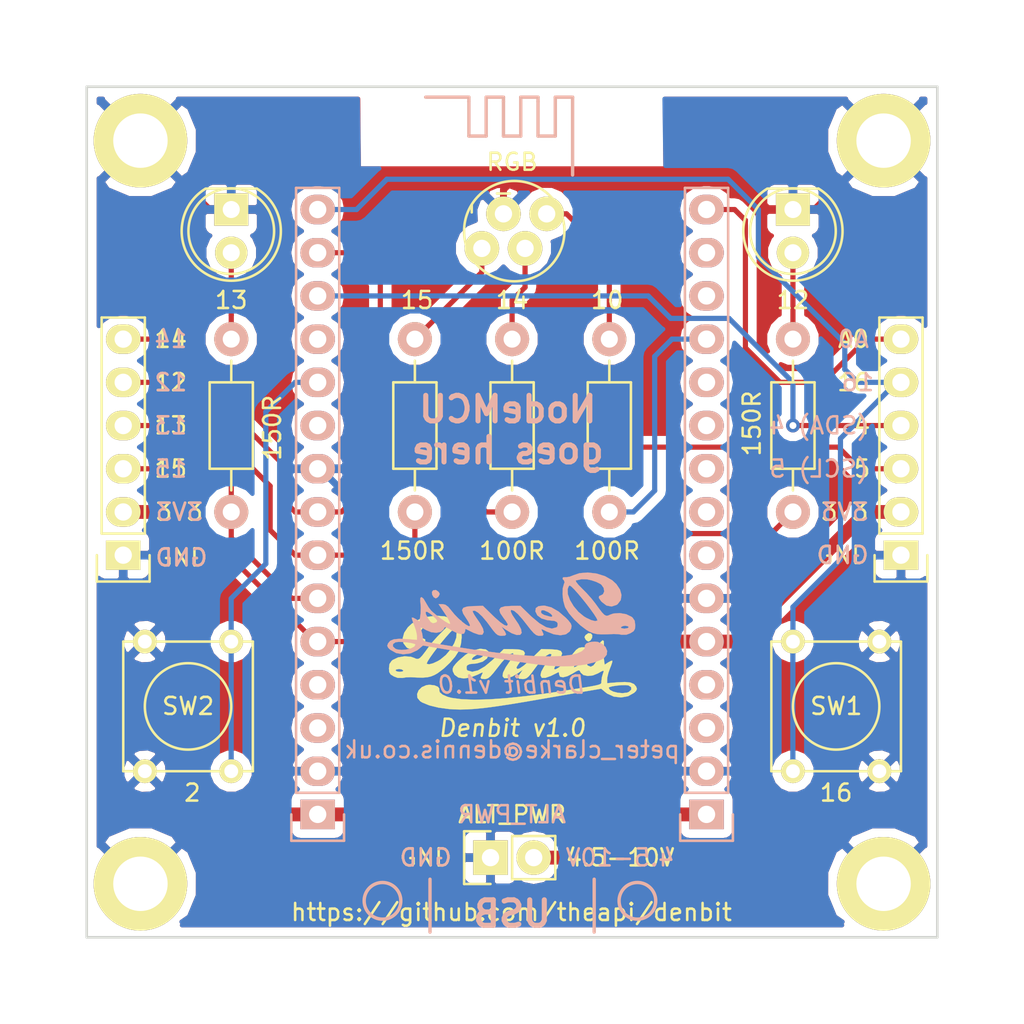
<source format=kicad_pcb>
(kicad_pcb (version 4) (host pcbnew 4.0.1-stable)

  (general
    (links 43)
    (no_connects 0)
    (area 115.226999 66.712999 175.427001 126.913001)
    (thickness 1.6)
    (drawings 76)
    (tracks 168)
    (zones 0)
    (modules 21)
    (nets 32)
  )

  (page A4)
  (title_block
    (title Denbit)
  )

  (layers
    (0 F.Cu signal)
    (31 B.Cu signal)
    (32 B.Adhes user)
    (33 F.Adhes user)
    (34 B.Paste user)
    (35 F.Paste user)
    (36 B.SilkS user)
    (37 F.SilkS user)
    (38 B.Mask user)
    (39 F.Mask user)
    (40 Dwgs.User user hide)
    (41 Cmts.User user)
    (42 Eco1.User user)
    (43 Eco2.User user)
    (44 Edge.Cuts user)
    (45 Margin user)
    (46 B.CrtYd user)
    (47 F.CrtYd user)
    (48 B.Fab user)
    (49 F.Fab user)
  )

  (setup
    (last_trace_width 0.3048)
    (trace_clearance 0.2032)
    (zone_clearance 0.508)
    (zone_45_only yes)
    (trace_min 0.2032)
    (segment_width 0.2)
    (edge_width 0.15)
    (via_size 0.8128)
    (via_drill 0.4064)
    (via_min_size 0.8128)
    (via_min_drill 0.4064)
    (uvia_size 0.3048)
    (uvia_drill 0.1016)
    (uvias_allowed no)
    (uvia_min_size 0.2032)
    (uvia_min_drill 0.1016)
    (pcb_text_width 0.3)
    (pcb_text_size 1.5 1.5)
    (mod_edge_width 0.15)
    (mod_text_size 1 1)
    (mod_text_width 0.15)
    (pad_size 1.7272 2.032)
    (pad_drill 1.016)
    (pad_to_mask_clearance 0.2)
    (aux_axis_origin 0 0)
    (grid_origin 145.332 96.81)
    (visible_elements 7FFFFF7F)
    (pcbplotparams
      (layerselection 0x010f0_80000001)
      (usegerberextensions true)
      (excludeedgelayer true)
      (linewidth 0.100000)
      (plotframeref false)
      (viasonmask false)
      (mode 1)
      (useauxorigin false)
      (hpglpennumber 1)
      (hpglpenspeed 20)
      (hpglpendiameter 15)
      (hpglpenoverlay 2)
      (psnegative false)
      (psa4output false)
      (plotreference true)
      (plotvalue true)
      (plotinvisibletext false)
      (padsonsilk false)
      (subtractmaskfromsilk true)
      (outputformat 1)
      (mirror false)
      (drillshape 0)
      (scaleselection 1)
      (outputdirectory gerber/))
  )

  (net 0 "")
  (net 1 GND)
  (net 2 "Net-(P2-Pad3)")
  (net 3 "Net-(P2-Pad4)")
  (net 4 "Net-(P2-Pad7)")
  (net 5 "Net-(P2-Pad8)")
  (net 6 "Net-(P2-Pad9)")
  (net 7 3V3)
  (net 8 "Net-(P2-Pad13)")
  (net 9 "Net-(P2-Pad10)")
  (net 10 "Net-(P2-Pad11)")
  (net 11 "Net-(P2-Pad14)")
  (net 12 /S_GREEN)
  (net 13 /RGB_RED)
  (net 14 /RGB_GREEN)
  (net 15 /RGB_BLUE)
  (net 16 /S_RED)
  (net 17 "Net-(P3-Pad3)")
  (net 18 "Net-(P3-Pad4)")
  (net 19 GPIO10)
  (net 20 ADC0)
  (net 21 GPIO15)
  (net 22 GPIO13)
  (net 23 GPIO12)
  (net 24 GPIO14)
  (net 25 GPIO2)
  (net 26 GPIO0)
  (net 27 GPIO4)
  (net 28 GPIO5)
  (net 29 GPIO16)
  (net 30 "Net-(P3-Pad10)")
  (net 31 VIN)

  (net_class Default "This is the default net class."
    (clearance 0.2032)
    (trace_width 0.3048)
    (via_dia 0.8128)
    (via_drill 0.4064)
    (uvia_dia 0.3048)
    (uvia_drill 0.1016)
    (add_net /RGB_BLUE)
    (add_net /RGB_GREEN)
    (add_net /RGB_RED)
    (add_net /S_GREEN)
    (add_net /S_RED)
    (add_net ADC0)
    (add_net GPIO0)
    (add_net GPIO10)
    (add_net GPIO12)
    (add_net GPIO13)
    (add_net GPIO14)
    (add_net GPIO15)
    (add_net GPIO16)
    (add_net GPIO2)
    (add_net GPIO4)
    (add_net GPIO5)
    (add_net "Net-(P2-Pad10)")
    (add_net "Net-(P2-Pad11)")
    (add_net "Net-(P2-Pad13)")
    (add_net "Net-(P2-Pad14)")
    (add_net "Net-(P2-Pad3)")
    (add_net "Net-(P2-Pad4)")
    (add_net "Net-(P2-Pad7)")
    (add_net "Net-(P2-Pad8)")
    (add_net "Net-(P2-Pad9)")
    (add_net "Net-(P3-Pad10)")
    (add_net "Net-(P3-Pad3)")
    (add_net "Net-(P3-Pad4)")
  )

  (net_class FAT ""
    (clearance 0.3048)
    (trace_width 0.8128)
    (via_dia 1.6256)
    (via_drill 0.4064)
    (uvia_dia 0.3048)
    (uvia_drill 0.1016)
    (add_net 3V3)
    (add_net VIN)
  )

  (net_class WIDE ""
    (clearance 0.3048)
    (trace_width 0.4064)
    (via_dia 1.4224)
    (via_drill 0.4064)
    (uvia_dia 0.3048)
    (uvia_drill 0.1016)
    (add_net GND)
  )

  (module LED-RGB-5MM_Common_Cathode_zig_zag (layer F.Cu) (tedit 571F076A) (tstamp 571E409C)
    (at 143.554 80.3 90)
    (descr "5mm common cathode RGB LED")
    (tags "RGB LED 5mm Common Cathode")
    (path /571157B6)
    (fp_text reference D2 (at 0 -2.25 90) (layer F.SilkS) hide
      (effects (font (size 1 1) (thickness 0.15)))
    )
    (fp_text value LED_RCBG (at 0 6.25 90) (layer F.Fab)
      (effects (font (size 1 1) (thickness 0.15)))
    )
    (fp_text user - (at 2.286 1.27 180) (layer F.SilkS)
      (effects (font (size 1 1) (thickness 0.15)))
    )
    (fp_circle (center 0 1.905) (end 3.2 1.905) (layer F.CrtYd) (width 0.05))
    (fp_line (start -1.1 -0.595) (end -1.55 -0.595) (layer F.SilkS) (width 0.15))
    (fp_circle (center 0 1.905) (end 2.95 1.905) (layer F.SilkS) (width 0.15))
    (fp_line (start 1.1 -0.595) (end 1.55 -0.595) (layer F.SilkS) (width 0.15))
    (pad 1 thru_hole circle (at -1.016 0 90) (size 2.032 2.032) (drill 1.016) (layers *.Cu *.Mask F.SilkS)
      (net 13 /RGB_RED))
    (pad 2 thru_hole circle (at 1.016 1.27 90) (size 2.032 2.032) (drill 1.016) (layers *.Cu *.Mask F.SilkS)
      (net 1 GND))
    (pad 3 thru_hole circle (at -1.016 2.54 90) (size 2.032 2.032) (drill 1.016) (layers *.Cu *.Mask F.SilkS)
      (net 14 /RGB_GREEN))
    (pad 4 thru_hole circle (at 1.016 3.81 90) (size 2.032 2.032) (drill 1.016) (layers *.Cu *.Mask F.SilkS)
      (net 15 /RGB_BLUE))
  )

  (module Resistors_ThroughHole:Resistor_Horizontal_RM10mm (layer F.Cu) (tedit 571166EE) (tstamp 571157D7)
    (at 151.047 86.65 270)
    (descr "Resistor, Axial,  RM 10mm, 1/3W")
    (tags "Resistor Axial RM 10mm 1/3W")
    (path /57115CAD)
    (fp_text reference R7 (at 5.32892 -3.50012 270) (layer F.SilkS) hide
      (effects (font (size 1 1) (thickness 0.15)))
    )
    (fp_text value 100R (at 12.446 0.127 360) (layer F.SilkS)
      (effects (font (size 1 1) (thickness 0.15)))
    )
    (fp_line (start -1.25 -1.5) (end 11.4 -1.5) (layer F.CrtYd) (width 0.05))
    (fp_line (start -1.25 1.5) (end -1.25 -1.5) (layer F.CrtYd) (width 0.05))
    (fp_line (start 11.4 -1.5) (end 11.4 1.5) (layer F.CrtYd) (width 0.05))
    (fp_line (start -1.25 1.5) (end 11.4 1.5) (layer F.CrtYd) (width 0.05))
    (fp_line (start 2.54 -1.27) (end 7.62 -1.27) (layer F.SilkS) (width 0.15))
    (fp_line (start 7.62 -1.27) (end 7.62 1.27) (layer F.SilkS) (width 0.15))
    (fp_line (start 7.62 1.27) (end 2.54 1.27) (layer F.SilkS) (width 0.15))
    (fp_line (start 2.54 1.27) (end 2.54 -1.27) (layer F.SilkS) (width 0.15))
    (fp_line (start 2.54 0) (end 1.27 0) (layer F.SilkS) (width 0.15))
    (fp_line (start 7.62 0) (end 8.89 0) (layer F.SilkS) (width 0.15))
    (pad 1 thru_hole circle (at 0 0 270) (size 1.99898 1.99898) (drill 1.00076) (layers *.Cu *.SilkS *.Mask)
      (net 15 /RGB_BLUE))
    (pad 2 thru_hole circle (at 10.16 0 270) (size 1.99898 1.99898) (drill 1.00076) (layers *.Cu *.SilkS *.Mask)
      (net 19 GPIO10))
    (model Resistors_ThroughHole.3dshapes/Resistor_Horizontal_RM10mm.wrl
      (at (xyz 0.2 0 0))
      (scale (xyz 0.4 0.4 0.4))
      (rotate (xyz 0 0 0))
    )
  )

  (module denbit:LOGO (layer B.Cu) (tedit 0) (tstamp 57115C86)
    (at 145.332 103.16 180)
    (fp_text reference G*** (at 0 0 180) (layer B.SilkS) hide
      (effects (font (thickness 0.3)) (justify mirror))
    )
    (fp_text value LOGO (at 0.75 0 180) (layer B.SilkS) hide
      (effects (font (thickness 0.3)) (justify mirror))
    )
    (fp_poly (pts (xy 5.391494 1.297812) (xy 5.398451 1.102708) (xy 5.389366 1.036087) (xy 5.366987 0.727091)
      (xy 5.379289 0.384121) (xy 5.388528 0.303141) (xy 5.442236 -0.088698) (xy 5.649464 0.047083)
      (xy 5.808124 0.13264) (xy 5.893807 0.145749) (xy 5.884476 0.053924) (xy 5.820201 -0.14086)
      (xy 5.759461 -0.291369) (xy 5.65775 -0.576156) (xy 5.59629 -0.839888) (xy 5.588 -0.933426)
      (xy 5.588 -1.175481) (xy 6.171404 -1.12657) (xy 6.63006 -1.1057) (xy 6.95232 -1.13678)
      (xy 7.164712 -1.225616) (xy 7.290288 -1.371399) (xy 7.339172 -1.515312) (xy 7.281843 -1.637601)
      (xy 7.170624 -1.743131) (xy 6.818372 -1.941859) (xy 6.403961 -2.015103) (xy 5.978031 -1.963669)
      (xy 5.591222 -1.788367) (xy 5.495896 -1.716415) (xy 5.238515 -1.499843) (xy 4.418424 -1.638658)
      (xy 4.085292 -1.695573) (xy 3.624239 -1.775084) (xy 3.074115 -1.870453) (xy 2.473773 -1.97494)
      (xy 1.862063 -2.081806) (xy 1.693334 -2.111361) (xy 0.670803 -2.287415) (xy -0.205056 -2.430584)
      (xy -0.953261 -2.542924) (xy -1.592829 -2.626494) (xy -2.142779 -2.683349) (xy -2.622126 -2.715548)
      (xy -3.04989 -2.725146) (xy -3.445087 -2.714202) (xy -3.70898 -2.695727) (xy -4.326361 -2.613086)
      (xy -4.859562 -2.48315) (xy -5.273991 -2.315281) (xy -5.401313 -2.237825) (xy -5.562115 -2.045208)
      (xy -5.587019 -1.819886) (xy -5.495588 -1.596285) (xy -5.307383 -1.408828) (xy -5.041966 -1.291941)
      (xy -4.851349 -1.27) (xy -4.566328 -1.301567) (xy -4.361984 -1.384144) (xy -4.275078 -1.499542)
      (xy -4.281805 -1.5518) (xy -4.257892 -1.702329) (xy -4.089451 -1.848735) (xy -3.800853 -1.974754)
      (xy -3.550114 -2.040153) (xy -2.959313 -2.119162) (xy -2.213845 -2.146904) (xy -1.320292 -2.123806)
      (xy -0.285238 -2.050295) (xy 0.884736 -1.926799) (xy 2.183048 -1.753744) (xy 3.156312 -1.604696)
      (xy 3.80131 -1.501274) (xy 4.148127 -1.444942) (xy 5.672667 -1.444942) (xy 5.748852 -1.569483)
      (xy 5.944521 -1.670594) (xy 6.210344 -1.738112) (xy 6.496991 -1.76187) (xy 6.755135 -1.731703)
      (xy 6.863566 -1.690354) (xy 7.005839 -1.554636) (xy 6.998958 -1.411508) (xy 6.851984 -1.310423)
      (xy 6.679793 -1.288605) (xy 6.429561 -1.292908) (xy 6.152657 -1.317473) (xy 5.900451 -1.35644)
      (xy 5.724311 -1.40395) (xy 5.672667 -1.444942) (xy 4.148127 -1.444942) (xy 4.298442 -1.420527)
      (xy 4.666892 -1.3574) (xy 4.92584 -1.306841) (xy 5.09447 -1.263793) (xy 5.191963 -1.223205)
      (xy 5.237502 -1.180023) (xy 5.250268 -1.129191) (xy 5.249445 -1.065658) (xy 5.249334 -1.053261)
      (xy 5.280299 -0.819426) (xy 5.331905 -0.640511) (xy 5.382762 -0.489499) (xy 5.364378 -0.437816)
      (xy 5.250694 -0.481575) (xy 5.047512 -0.598076) (xy 4.746768 -0.71983) (xy 4.445364 -0.751446)
      (xy 4.191768 -0.695599) (xy 4.034447 -0.554969) (xy 4.028184 -0.54177) (xy 3.977194 -0.444523)
      (xy 3.910982 -0.418247) (xy 3.787481 -0.469154) (xy 3.564628 -0.603457) (xy 3.550341 -0.612337)
      (xy 3.245491 -0.766935) (xy 2.99437 -0.828792) (xy 2.824476 -0.79652) (xy 2.763308 -0.668735)
      (xy 2.764118 -0.651975) (xy 2.75025 -0.538932) (xy 2.721784 -0.529337) (xy 2.275209 -0.750528)
      (xy 1.956225 -0.861741) (xy 1.763918 -0.86327) (xy 1.735222 -0.846297) (xy 1.668296 -0.711612)
      (xy 1.714108 -0.500576) (xy 1.877548 -0.199796) (xy 2.075919 0.086827) (xy 2.223915 0.307426)
      (xy 2.308745 0.472183) (xy 2.315784 0.534661) (xy 2.19173 0.548302) (xy 1.99886 0.433515)
      (xy 1.756228 0.206623) (xy 1.482882 -0.11605) (xy 1.354013 -0.289437) (xy 1.129937 -0.59455)
      (xy 0.968667 -0.784743) (xy 0.839813 -0.886478) (xy 0.712987 -0.926216) (xy 0.616807 -0.931333)
      (xy 0.412685 -0.913878) (xy 0.351044 -0.842077) (xy 0.420376 -0.68678) (xy 0.483301 -0.593183)
      (xy 0.627935 -0.386689) (xy 0.367359 -0.572236) (xy 0.025111 -0.778046) (xy -0.269002 -0.881674)
      (xy -0.47123 -0.875149) (xy -0.562393 -0.761881) (xy -0.529635 -0.547657) (xy -0.376217 -0.243316)
      (xy -0.205469 0.008443) (xy -0.009911 0.300682) (xy 0.080731 0.498082) (xy 0.061333 0.588291)
      (xy 0.036767 0.592667) (xy -0.122948 0.534411) (xy -0.337063 0.353255) (xy -0.615566 0.039623)
      (xy -0.847877 -0.25559) (xy -1.095626 -0.571951) (xy -1.275457 -0.772973) (xy -1.415026 -0.883098)
      (xy -1.541991 -0.926771) (xy -1.612471 -0.931333) (xy -1.803635 -0.917637) (xy -1.851331 -0.848713)
      (xy -1.780892 -0.682805) (xy -1.772635 -0.667309) (xy -1.724747 -0.567591) (xy -1.748517 -0.544164)
      (xy -1.873966 -0.597435) (xy -2.018866 -0.670632) (xy -2.453451 -0.841806) (xy -2.841713 -0.898173)
      (xy -3.160277 -0.84265) (xy -3.385768 -0.678154) (xy -3.478846 -0.488436) (xy -3.496684 -0.342279)
      (xy -3.44717 -0.202796) (xy -3.307274 -0.025225) (xy -3.162731 0.125981) (xy -3.024442 0.245251)
      (xy -2.366574 0.245251) (xy -2.335112 0.18834) (xy -2.2225 0.199244) (xy -2.018022 0.256975)
      (xy -1.883833 0.295321) (xy -1.735444 0.383424) (xy -1.693333 0.471373) (xy -1.735144 0.574417)
      (xy -1.872582 0.57142) (xy -2.120871 0.463493) (xy -2.290808 0.348286) (xy -2.366574 0.245251)
      (xy -3.024442 0.245251) (xy -2.7327 0.496867) (xy -2.307209 0.740585) (xy -1.912103 0.843028)
      (xy -1.844873 0.845371) (xy -1.546707 0.808236) (xy -1.392189 0.694919) (xy -1.368425 0.50692)
      (xy -1.483362 0.271354) (xy -1.729295 0.09114) (xy -2.071275 -0.012074) (xy -2.230456 -0.027081)
      (xy -2.493976 -0.054719) (xy -2.632366 -0.122492) (xy -2.677069 -0.20107) (xy -2.667908 -0.368067)
      (xy -2.61256 -0.432607) (xy -2.340479 -0.506342) (xy -2.003096 -0.425477) (xy -1.602262 -0.190858)
      (xy -1.139828 0.196666) (xy -1.049836 0.282941) (xy -0.490429 0.828762) (xy 0.029952 0.826335)
      (xy 0.426056 0.803386) (xy 0.664319 0.731982) (xy 0.751929 0.601608) (xy 0.696072 0.401751)
      (xy 0.508 0.127) (xy 0.358834 -0.074713) (xy 0.267484 -0.22525) (xy 0.254 -0.265642)
      (xy 0.306043 -0.345545) (xy 0.456176 -0.299615) (xy 0.695403 -0.13319) (xy 1.014729 0.148389)
      (xy 1.116463 0.246352) (xy 1.714375 0.83137) (xy 2.266224 0.817852) (xy 2.64526 0.78909)
      (xy 2.867232 0.71572) (xy 2.941709 0.583258) (xy 2.878259 0.377218) (xy 2.720597 0.130024)
      (xy 2.573082 -0.097549) (xy 2.485032 -0.277313) (xy 2.47297 -0.349242) (xy 2.549103 -0.362719)
      (xy 2.709377 -0.276578) (xy 2.923196 -0.115735) (xy 3.159964 0.094891) (xy 3.389085 0.330383)
      (xy 3.555843 0.53266) (xy 3.758862 0.776918) (xy 3.9266 0.899715) (xy 4.086793 0.931334)
      (xy 4.321567 0.931334) (xy 3.938288 0.359999) (xy 3.772089 0.094187) (xy 3.665018 -0.113511)
      (xy 3.633927 -0.228808) (xy 3.643035 -0.240678) (xy 3.748512 -0.20629) (xy 3.943466 -0.090098)
      (xy 4.040965 -0.022493) (xy 4.406814 -0.022493) (xy 4.414597 -0.100966) (xy 4.457634 -0.142351)
      (xy 4.625913 -0.209227) (xy 4.784611 -0.128005) (xy 4.936314 0.079219) (xy 5.067096 0.339181)
      (xy 5.083931 0.474962) (xy 4.991753 0.482286) (xy 4.795494 0.356878) (xy 4.703404 0.281074)
      (xy 4.496892 0.094187) (xy 4.406814 -0.022493) (xy 4.040965 -0.022493) (xy 4.18853 0.079826)
      (xy 4.444335 0.275409) (xy 4.671516 0.468577) (xy 4.767967 0.561522) (xy 4.910262 0.746533)
      (xy 5.052027 0.986432) (xy 5.0643 1.010959) (xy 5.207795 1.250652) (xy 5.322401 1.346698)
      (xy 5.391494 1.297812)) (layer B.SilkS) (width 0.01))
    (fp_poly (pts (xy -3.964698 2.750754) (xy -3.614679 2.633001) (xy -3.375318 2.540697) (xy -3.170785 2.51037)
      (xy -3.13111 2.515875) (xy -2.992578 2.503652) (xy -2.968969 2.412433) (xy -3.048229 2.328192)
      (xy -3.087067 2.215745) (xy -3.048229 2.117095) (xy -2.977438 1.859952) (xy -2.965036 1.510582)
      (xy -3.00706 1.134196) (xy -3.099545 0.796001) (xy -3.133249 0.718464) (xy -3.345476 0.386063)
      (xy -3.657229 0.024143) (xy -4.018368 -0.317608) (xy -4.378754 -0.589502) (xy -4.553297 -0.688772)
      (xy -4.757285 -0.774305) (xy -4.968432 -0.825947) (xy -5.22889 -0.847715) (xy -5.580809 -0.843626)
      (xy -5.969 -0.823687) (xy -6.237001 -0.83267) (xy -6.439249 -0.867308) (xy -6.723252 -0.863541)
      (xy -6.947249 -0.780617) (xy -7.14165 -0.661136) (xy -7.223386 -0.518018) (xy -7.230341 -0.423333)
      (xy -6.858 -0.423333) (xy -6.784315 -0.482335) (xy -6.606296 -0.507966) (xy -6.599003 -0.508)
      (xy -6.429746 -0.485069) (xy -6.390663 -0.426238) (xy -6.392333 -0.423333) (xy -6.50904 -0.357794)
      (xy -6.65133 -0.338666) (xy -6.808038 -0.368286) (xy -6.858 -0.423333) (xy -7.230341 -0.423333)
      (xy -7.239 -0.30547) (xy -7.206758 -0.045125) (xy -7.186094 -0.014579) (xy -5.017785 -0.014579)
      (xy -5.01393 -0.037847) (xy -4.8777 -0.065198) (xy -4.647375 -0.00647) (xy -4.365789 0.124795)
      (xy -4.219017 0.213489) (xy -3.896796 0.479394) (xy -3.61631 0.81185) (xy -3.401417 1.170554)
      (xy -3.275973 1.515207) (xy -3.263833 1.805508) (xy -3.267411 1.821047) (xy -3.326831 1.979025)
      (xy -3.378662 2.032) (xy -3.478589 1.969845) (xy -3.650067 1.801821) (xy -3.87124 1.555598)
      (xy -4.120248 1.258842) (xy -4.375233 0.93922) (xy -4.614338 0.6244) (xy -4.815704 0.342049)
      (xy -4.957472 0.119833) (xy -5.017785 -0.014579) (xy -7.186094 -0.014579) (xy -7.086583 0.132518)
      (xy -7.015839 0.190673) (xy -6.704225 0.339717) (xy -6.325281 0.405082) (xy -5.956259 0.378995)
      (xy -5.771096 0.31589) (xy -5.638815 0.257856) (xy -5.529707 0.248269) (xy -5.418572 0.306017)
      (xy -5.280208 0.449986) (xy -5.089415 0.699066) (xy -4.889058 0.976971) (xy -4.663332 1.261714)
      (xy -4.375554 1.583708) (xy -4.113842 1.848078) (xy -3.902785 2.063065) (xy -3.770667 2.22901)
      (xy -3.739178 2.317683) (xy -3.748106 2.32408) (xy -4.089404 2.398622) (xy -4.407191 2.388856)
      (xy -4.66381 2.334097) (xy -4.944351 2.240113) (xy -5.177733 2.125805) (xy -5.250448 2.073325)
      (xy -5.384186 1.880795) (xy -5.414911 1.676124) (xy -5.342726 1.515666) (xy -5.249333 1.463866)
      (xy -5.111793 1.400575) (xy -5.10171 1.296086) (xy -5.220639 1.120982) (xy -5.2705 1.062965)
      (xy -5.546535 0.850908) (xy -5.848261 0.791064) (xy -6.142749 0.888097) (xy -6.203169 0.930862)
      (xy -6.387058 1.170076) (xy -6.431614 1.465757) (xy -6.343452 1.7885) (xy -6.129185 2.1089)
      (xy -5.88824 2.331094) (xy -5.463374 2.573543) (xy -4.966992 2.728839) (xy -4.450348 2.790179)
      (xy -3.964698 2.750754)) (layer B.SilkS) (width 0.01))
    (fp_poly (pts (xy 4.636344 1.746168) (xy 4.71113 1.649922) (xy 4.70219 1.495224) (xy 4.611185 1.340548)
      (xy 4.487659 1.270001) (xy 4.487334 1.27) (xy 4.386196 1.327481) (xy 4.318 1.397)
      (xy 4.255281 1.532513) (xy 4.318 1.651) (xy 4.481568 1.764619) (xy 4.636344 1.746168)) (layer B.SilkS) (width 0.01))
  )

  (module LEDs:LED-5MM placed (layer F.Cu) (tedit 570FBF78) (tstamp 570F62C3)
    (at 128.822 79.03 270)
    (descr "LED 5mm round vertical")
    (tags "LED 5mm round vertical")
    (path /570F8EBD)
    (fp_text reference D1 (at 1.524 4.064 270) (layer F.SilkS) hide
      (effects (font (size 1 1) (thickness 0.15)))
    )
    (fp_text value LED (at 1.524 -3.937 270) (layer F.Fab)
      (effects (font (size 1 1) (thickness 0.15)))
    )
    (fp_line (start -1.5 -1.55) (end -1.5 1.55) (layer F.CrtYd) (width 0.05))
    (fp_arc (start 1.3 0) (end -1.5 1.55) (angle -302) (layer F.CrtYd) (width 0.05))
    (fp_arc (start 1.27 0) (end -1.23 -1.5) (angle 297.5) (layer F.SilkS) (width 0.15))
    (fp_line (start -1.23 1.5) (end -1.23 -1.5) (layer F.SilkS) (width 0.15))
    (fp_circle (center 1.27 0) (end 0.97 -2.5) (layer F.SilkS) (width 0.15))
    (fp_text user K (at -1.905 1.905 270) (layer F.SilkS) hide
      (effects (font (size 1 1) (thickness 0.15)))
    )
    (pad 1 thru_hole rect (at 0 0) (size 2 1.9) (drill 1.00076) (layers *.Cu *.Mask F.SilkS)
      (net 1 GND))
    (pad 2 thru_hole circle (at 2.54 0 270) (size 1.9 1.9) (drill 1.00076) (layers *.Cu *.Mask F.SilkS)
      (net 12 /S_GREEN))
    (model LEDs.3dshapes/LED-5MM.wrl
      (at (xyz 0.05 0 0))
      (scale (xyz 1 1 1))
      (rotate (xyz 0 0 90))
    )
  )

  (module LEDs:LED-5MM placed (layer F.Cu) (tedit 570FBF87) (tstamp 570F62D5)
    (at 161.842 79.03 270)
    (descr "LED 5mm round vertical")
    (tags "LED 5mm round vertical")
    (path /570F675B)
    (fp_text reference D4 (at 1.524 4.064 270) (layer F.SilkS) hide
      (effects (font (size 1 1) (thickness 0.15)))
    )
    (fp_text value LED (at 1.524 -3.937 270) (layer F.Fab)
      (effects (font (size 1 1) (thickness 0.15)))
    )
    (fp_line (start -1.5 -1.55) (end -1.5 1.55) (layer F.CrtYd) (width 0.05))
    (fp_arc (start 1.3 0) (end -1.5 1.55) (angle -302) (layer F.CrtYd) (width 0.05))
    (fp_arc (start 1.27 0) (end -1.23 -1.5) (angle 297.5) (layer F.SilkS) (width 0.15))
    (fp_line (start -1.23 1.5) (end -1.23 -1.5) (layer F.SilkS) (width 0.15))
    (fp_circle (center 1.27 0) (end 0.97 -2.5) (layer F.SilkS) (width 0.15))
    (fp_text user K (at -1.905 1.905 270) (layer F.SilkS) hide
      (effects (font (size 1 1) (thickness 0.15)))
    )
    (pad 1 thru_hole rect (at 0 0) (size 2 1.9) (drill 1.00076) (layers *.Cu *.Mask F.SilkS)
      (net 1 GND))
    (pad 2 thru_hole circle (at 2.54 0 270) (size 1.9 1.9) (drill 1.00076) (layers *.Cu *.Mask F.SilkS)
      (net 16 /S_RED))
    (model LEDs.3dshapes/LED-5MM.wrl
      (at (xyz 0.05 0 0))
      (scale (xyz 1 1 1))
      (rotate (xyz 0 0 90))
    )
  )

  (module Mounting_Holes:MountingHole_3.2mm_M3_ISO14580_Pad (layer F.Cu) (tedit 570FBE3A) (tstamp 570F74D6)
    (at 123.483 74.981 270)
    (descr "Mounting Hole 3.2mm, M3, ISO14580")
    (tags "mounting hole 3.2mm m3 iso14580")
    (path /570F7699)
    (fp_text reference P5 (at 0 -3.75 270) (layer F.SilkS) hide
      (effects (font (size 1 1) (thickness 0.15)))
    )
    (fp_text value CONN_01X01 (at 0 3.75 270) (layer F.Fab)
      (effects (font (size 1 1) (thickness 0.15)))
    )
    (fp_circle (center 0 0) (end 2.75 0) (layer Cmts.User) (width 0.15))
    (fp_circle (center 0 0) (end 3 0) (layer F.CrtYd) (width 0.05))
    (pad 1 thru_hole circle (at 0 0 270) (size 5.5 5.5) (drill 3.2) (layers *.Cu *.Mask F.SilkS)
      (net 1 GND))
  )

  (module Mounting_Holes:MountingHole_3.2mm_M3_ISO14580_Pad (layer F.Cu) (tedit 570FBE2F) (tstamp 570F74DB)
    (at 123.483 118.669 270)
    (descr "Mounting Hole 3.2mm, M3, ISO14580")
    (tags "mounting hole 3.2mm m3 iso14580")
    (path /570F78B5)
    (fp_text reference P6 (at 0 -3.75 270) (layer F.SilkS) hide
      (effects (font (size 1 1) (thickness 0.15)))
    )
    (fp_text value CONN_01X01 (at 0 3.75 270) (layer F.Fab)
      (effects (font (size 1 1) (thickness 0.15)))
    )
    (fp_circle (center 0 0) (end 2.75 0) (layer Cmts.User) (width 0.15))
    (fp_circle (center 0 0) (end 3 0) (layer F.CrtYd) (width 0.05))
    (pad 1 thru_hole circle (at 0 0 270) (size 5.5 5.5) (drill 3.2) (layers *.Cu *.Mask F.SilkS)
      (net 1 GND))
  )

  (module Mounting_Holes:MountingHole_3.2mm_M3_ISO14580_Pad (layer F.Cu) (tedit 570FBFE8) (tstamp 570F74E0)
    (at 167.171 74.981 270)
    (descr "Mounting Hole 3.2mm, M3, ISO14580")
    (tags "mounting hole 3.2mm m3 iso14580")
    (path /570F783F)
    (fp_text reference P7 (at 0 -3.75 270) (layer F.SilkS) hide
      (effects (font (size 1 1) (thickness 0.15)))
    )
    (fp_text value CONN_01X01 (at -0.127 -4.445 270) (layer F.Fab)
      (effects (font (size 1 1) (thickness 0.15)))
    )
    (fp_circle (center 0 0) (end 2.75 0) (layer Cmts.User) (width 0.15))
    (fp_circle (center 0 0) (end 3 0) (layer F.CrtYd) (width 0.05))
    (pad 1 thru_hole circle (at 0 0 270) (size 5.5 5.5) (drill 3.2) (layers *.Cu *.Mask F.SilkS)
      (net 1 GND))
  )

  (module Mounting_Holes:MountingHole_3.2mm_M3_ISO14580_Pad (layer F.Cu) (tedit 570FBFEF) (tstamp 570F74E5)
    (at 167.171 118.669 270)
    (descr "Mounting Hole 3.2mm, M3, ISO14580")
    (tags "mounting hole 3.2mm m3 iso14580")
    (path /570F78C1)
    (fp_text reference P8 (at 0 -3.75 270) (layer F.SilkS) hide
      (effects (font (size 1 1) (thickness 0.15)))
    )
    (fp_text value CONN_01X01 (at 0.381 -4.445 270) (layer F.Fab)
      (effects (font (size 1 1) (thickness 0.15)))
    )
    (fp_circle (center 0 0) (end 2.75 0) (layer Cmts.User) (width 0.15))
    (fp_circle (center 0 0) (end 3 0) (layer F.CrtYd) (width 0.05))
    (pad 1 thru_hole circle (at 0 0 270) (size 5.5 5.5) (drill 3.2) (layers *.Cu *.Mask F.SilkS)
      (net 1 GND))
  )

  (module Buttons_Switches_ThroughHole:SW_PUSH_SMALL (layer F.Cu) (tedit 570FBE25) (tstamp 570F918E)
    (at 164.382 108.24 270)
    (path /570F9210)
    (fp_text reference SW1 (at -0.015 -0.005 360) (layer F.SilkS)
      (effects (font (size 1 1) (thickness 0.15)))
    )
    (fp_text value SW_PUSH (at 0 1.016 270) (layer F.Fab)
      (effects (font (size 1 1) (thickness 0.15)))
    )
    (fp_circle (center 0 0) (end 0 -2.54) (layer F.SilkS) (width 0.15))
    (fp_line (start -3.81 -3.81) (end 3.81 -3.81) (layer F.SilkS) (width 0.15))
    (fp_line (start 3.81 -3.81) (end 3.81 3.81) (layer F.SilkS) (width 0.15))
    (fp_line (start 3.81 3.81) (end -3.81 3.81) (layer F.SilkS) (width 0.15))
    (fp_line (start -3.81 -3.81) (end -3.81 3.81) (layer F.SilkS) (width 0.15))
    (pad 1 thru_hole circle (at 3.81 -2.54 270) (size 1.397 1.397) (drill 0.8128) (layers *.Cu *.Mask F.SilkS)
      (net 1 GND))
    (pad 2 thru_hole circle (at 3.81 2.54 270) (size 1.397 1.397) (drill 0.8128) (layers *.Cu *.Mask F.SilkS)
      (net 29 GPIO16))
    (pad 1 thru_hole circle (at -3.81 -2.54 270) (size 1.397 1.397) (drill 0.8128) (layers *.Cu *.Mask F.SilkS)
      (net 1 GND))
    (pad 2 thru_hole circle (at -3.81 2.54 270) (size 1.397 1.397) (drill 0.8128) (layers *.Cu *.Mask F.SilkS)
      (net 29 GPIO16))
  )

  (module Buttons_Switches_ThroughHole:SW_PUSH_SMALL (layer F.Cu) (tedit 570FBE22) (tstamp 570F9196)
    (at 126.282 108.24 90)
    (path /570F927F)
    (fp_text reference SW2 (at 0.015 0.005 180) (layer F.SilkS)
      (effects (font (size 1 1) (thickness 0.15)))
    )
    (fp_text value SW_PUSH (at 0 1.016 90) (layer F.Fab)
      (effects (font (size 1 1) (thickness 0.15)))
    )
    (fp_circle (center 0 0) (end 0 -2.54) (layer F.SilkS) (width 0.15))
    (fp_line (start -3.81 -3.81) (end 3.81 -3.81) (layer F.SilkS) (width 0.15))
    (fp_line (start 3.81 -3.81) (end 3.81 3.81) (layer F.SilkS) (width 0.15))
    (fp_line (start 3.81 3.81) (end -3.81 3.81) (layer F.SilkS) (width 0.15))
    (fp_line (start -3.81 -3.81) (end -3.81 3.81) (layer F.SilkS) (width 0.15))
    (pad 1 thru_hole circle (at 3.81 -2.54 90) (size 1.397 1.397) (drill 0.8128) (layers *.Cu *.Mask F.SilkS)
      (net 1 GND))
    (pad 2 thru_hole circle (at 3.81 2.54 90) (size 1.397 1.397) (drill 0.8128) (layers *.Cu *.Mask F.SilkS)
      (net 25 GPIO2))
    (pad 1 thru_hole circle (at -3.81 -2.54 90) (size 1.397 1.397) (drill 0.8128) (layers *.Cu *.Mask F.SilkS)
      (net 1 GND))
    (pad 2 thru_hole circle (at -3.81 2.54 90) (size 1.397 1.397) (drill 0.8128) (layers *.Cu *.Mask F.SilkS)
      (net 25 GPIO2))
  )

  (module Socket_Strips:Socket_Strip_Straight_1x15 (layer B.Cu) (tedit 5710FD38) (tstamp 570F94AC)
    (at 156.762 114.59 90)
    (descr "Through hole socket strip")
    (tags "socket strip")
    (path /570F9B9A)
    (fp_text reference P2 (at 0 5.1 90) (layer B.SilkS) hide
      (effects (font (size 1 1) (thickness 0.15)) (justify mirror))
    )
    (fp_text value CONN_01X15 (at 0 3.1 90) (layer B.Fab)
      (effects (font (size 1 1) (thickness 0.15)) (justify mirror))
    )
    (fp_line (start -1.75 1.75) (end -1.75 -1.75) (layer B.CrtYd) (width 0.05))
    (fp_line (start 37.35 1.75) (end 37.35 -1.75) (layer B.CrtYd) (width 0.05))
    (fp_line (start -1.75 1.75) (end 37.35 1.75) (layer B.CrtYd) (width 0.05))
    (fp_line (start -1.75 -1.75) (end 37.35 -1.75) (layer B.CrtYd) (width 0.05))
    (fp_line (start 1.27 1.27) (end 36.83 1.27) (layer B.SilkS) (width 0.15))
    (fp_line (start 36.83 1.27) (end 36.83 -1.27) (layer B.SilkS) (width 0.15))
    (fp_line (start 36.83 -1.27) (end 1.27 -1.27) (layer B.SilkS) (width 0.15))
    (fp_line (start -1.55 -1.55) (end 0 -1.55) (layer B.SilkS) (width 0.15))
    (fp_line (start 1.27 -1.27) (end 1.27 1.27) (layer B.SilkS) (width 0.15))
    (fp_line (start 0 1.55) (end -1.55 1.55) (layer B.SilkS) (width 0.15))
    (fp_line (start -1.55 1.55) (end -1.55 -1.55) (layer B.SilkS) (width 0.15))
    (pad 1 thru_hole rect (at 0 0 90) (size 1.7272 2.032) (drill 1.016) (layers *.Cu *.Mask B.SilkS)
      (net 31 VIN))
    (pad 2 thru_hole oval (at 2.54 0 90) (size 1.7272 2.032) (drill 1.016) (layers *.Cu *.Mask B.SilkS)
      (net 1 GND))
    (pad 3 thru_hole oval (at 5.08 0 90) (size 1.7272 2.032) (drill 1.016) (layers *.Cu *.Mask B.SilkS)
      (net 2 "Net-(P2-Pad3)"))
    (pad 4 thru_hole oval (at 7.62 0 90) (size 1.7272 2.032) (drill 1.016) (layers *.Cu *.Mask B.SilkS)
      (net 3 "Net-(P2-Pad4)"))
    (pad 5 thru_hole oval (at 10.16 0 90) (size 1.7272 2.032) (drill 1.016) (layers *.Cu *.Mask B.SilkS)
      (net 7 3V3))
    (pad 6 thru_hole oval (at 12.7 0 90) (size 1.7272 2.032) (drill 1.016) (layers *.Cu *.Mask B.SilkS)
      (net 1 GND))
    (pad 7 thru_hole oval (at 15.24 0 90) (size 1.7272 2.032) (drill 1.016) (layers *.Cu *.Mask B.SilkS)
      (net 4 "Net-(P2-Pad7)"))
    (pad 8 thru_hole oval (at 17.78 0 90) (size 1.7272 2.032) (drill 1.016) (layers *.Cu *.Mask B.SilkS)
      (net 5 "Net-(P2-Pad8)"))
    (pad 9 thru_hole oval (at 20.32 0 90) (size 1.7272 2.032) (drill 1.016) (layers *.Cu *.Mask B.SilkS)
      (net 6 "Net-(P2-Pad9)"))
    (pad 10 thru_hole oval (at 22.86 0 90) (size 1.7272 2.032) (drill 1.016) (layers *.Cu *.Mask B.SilkS)
      (net 9 "Net-(P2-Pad10)"))
    (pad 11 thru_hole oval (at 25.4 0 90) (size 1.7272 2.032) (drill 1.016) (layers *.Cu *.Mask B.SilkS)
      (net 10 "Net-(P2-Pad11)"))
    (pad 12 thru_hole oval (at 27.94 0 90) (size 1.7272 2.032) (drill 1.016) (layers *.Cu *.Mask B.SilkS)
      (net 19 GPIO10))
    (pad 13 thru_hole oval (at 30.48 0 90) (size 1.7272 2.032) (drill 1.016) (layers *.Cu *.Mask B.SilkS)
      (net 8 "Net-(P2-Pad13)"))
    (pad 14 thru_hole oval (at 33.02 0 90) (size 1.7272 2.032) (drill 1.016) (layers *.Cu *.Mask B.SilkS)
      (net 11 "Net-(P2-Pad14)"))
    (pad 15 thru_hole oval (at 35.56 0 90) (size 1.7272 2.032) (drill 1.016) (layers *.Cu *.Mask B.SilkS)
      (net 20 ADC0))
    (model Socket_Strips.3dshapes/Socket_Strip_Straight_1x15.wrl
      (at (xyz 0.7 0 0))
      (scale (xyz 1 1 1))
      (rotate (xyz 0 0 180))
    )
  )

  (module Socket_Strips:Socket_Strip_Straight_1x15 (layer B.Cu) (tedit 571E6C67) (tstamp 570F94BE)
    (at 133.902 114.59 90)
    (descr "Through hole socket strip")
    (tags "socket strip")
    (path /570F9E13)
    (fp_text reference P3 (at 0 5.1 90) (layer B.SilkS) hide
      (effects (font (size 1 1) (thickness 0.15)) (justify mirror))
    )
    (fp_text value CONN_01X15 (at 0 3.1 90) (layer B.Fab)
      (effects (font (size 1 1) (thickness 0.15)) (justify mirror))
    )
    (fp_line (start -1.75 1.75) (end -1.75 -1.75) (layer B.CrtYd) (width 0.05))
    (fp_line (start 37.35 1.75) (end 37.35 -1.75) (layer B.CrtYd) (width 0.05))
    (fp_line (start -1.75 1.75) (end 37.35 1.75) (layer B.CrtYd) (width 0.05))
    (fp_line (start -1.75 -1.75) (end 37.35 -1.75) (layer B.CrtYd) (width 0.05))
    (fp_line (start 1.27 1.27) (end 36.83 1.27) (layer B.SilkS) (width 0.15))
    (fp_line (start 36.83 1.27) (end 36.83 -1.27) (layer B.SilkS) (width 0.15))
    (fp_line (start 36.83 -1.27) (end 1.27 -1.27) (layer B.SilkS) (width 0.15))
    (fp_line (start -1.55 -1.55) (end 0 -1.55) (layer B.SilkS) (width 0.15))
    (fp_line (start 1.27 -1.27) (end 1.27 1.27) (layer B.SilkS) (width 0.15))
    (fp_line (start 0 1.55) (end -1.55 1.55) (layer B.SilkS) (width 0.15))
    (fp_line (start -1.55 1.55) (end -1.55 -1.55) (layer B.SilkS) (width 0.15))
    (pad 1 thru_hole rect (at 0 0 90) (size 1.7272 2.032) (drill 1.016) (layers *.Cu *.Mask B.SilkS)
      (net 7 3V3))
    (pad 2 thru_hole oval (at 2.54 0 90) (size 1.7272 2.032) (drill 1.016) (layers *.Cu *.Mask B.SilkS)
      (net 1 GND))
    (pad 3 thru_hole oval (at 5.08 0 90) (size 1.7272 2.032) (drill 1.016) (layers *.Cu *.Mask B.SilkS)
      (net 17 "Net-(P3-Pad3)"))
    (pad 4 thru_hole oval (at 7.62 0 90) (size 1.7272 2.032) (drill 1.016) (layers *.Cu *.Mask B.SilkS)
      (net 18 "Net-(P3-Pad4)"))
    (pad 5 thru_hole oval (at 10.16 0 90) (size 1.7272 2.032) (drill 1.016) (layers *.Cu *.Mask B.SilkS)
      (net 21 GPIO15))
    (pad 6 thru_hole oval (at 12.7 0 90) (size 1.7272 2.032) (drill 1.016) (layers *.Cu *.Mask B.SilkS)
      (net 22 GPIO13))
    (pad 7 thru_hole oval (at 15.24 0 90) (size 1.7272 2.032) (drill 1.016) (layers *.Cu *.Mask B.SilkS)
      (net 23 GPIO12))
    (pad 8 thru_hole oval (at 17.78 0 90) (size 1.7272 2.032) (drill 1.016) (layers *.Cu *.Mask B.SilkS)
      (net 24 GPIO14))
    (pad 9 thru_hole oval (at 20.32 0 90) (size 1.7272 2.032) (drill 1.016) (layers *.Cu *.Mask B.SilkS)
      (net 1 GND))
    (pad 10 thru_hole oval (at 22.86 0 90) (size 1.7272 2.032) (drill 1.016) (layers *.Cu *.Mask B.SilkS)
      (net 30 "Net-(P3-Pad10)"))
    (pad 11 thru_hole oval (at 25.4 0 90) (size 1.7272 2.032) (drill 1.016) (layers *.Cu *.Mask B.SilkS)
      (net 25 GPIO2))
    (pad 12 thru_hole oval (at 27.94 0 90) (size 1.7272 2.032) (drill 1.016) (layers *.Cu *.Mask B.SilkS)
      (net 26 GPIO0))
    (pad 13 thru_hole oval (at 30.48 0 90) (size 1.7272 2.032) (drill 1.016) (layers *.Cu *.Mask B.SilkS)
      (net 27 GPIO4))
    (pad 14 thru_hole oval (at 33.02 0 90) (size 1.7272 2.032) (drill 1.016) (layers *.Cu *.Mask B.SilkS)
      (net 28 GPIO5))
    (pad 15 thru_hole oval (at 35.56 0 90) (size 1.7272 2.032) (drill 1.016) (layers *.Cu *.Mask B.SilkS)
      (net 29 GPIO16))
    (model Socket_Strips.3dshapes/Socket_Strip_Straight_1x15.wrl
      (at (xyz 0.7 0 0))
      (scale (xyz 1 1 1))
      (rotate (xyz 0 0 180))
    )
  )

  (module Socket_Strips:Socket_Strip_Straight_1x06 (layer F.Cu) (tedit 570FFA63) (tstamp 570FA178)
    (at 168.192 99.35 90)
    (descr "Through hole socket strip")
    (tags "socket strip")
    (path /570FA03F)
    (fp_text reference P4 (at -2.667 -0.127 180) (layer F.SilkS) hide
      (effects (font (size 1 1) (thickness 0.15)))
    )
    (fp_text value CONN_01X06 (at 0 5.08 90) (layer F.Fab)
      (effects (font (size 1 1) (thickness 0.15)))
    )
    (fp_line (start -1.75 -1.75) (end -1.75 1.75) (layer F.CrtYd) (width 0.05))
    (fp_line (start 14.45 -1.75) (end 14.45 1.75) (layer F.CrtYd) (width 0.05))
    (fp_line (start -1.75 -1.75) (end 14.45 -1.75) (layer F.CrtYd) (width 0.05))
    (fp_line (start -1.75 1.75) (end 14.45 1.75) (layer F.CrtYd) (width 0.05))
    (fp_line (start 1.27 1.27) (end 13.97 1.27) (layer F.SilkS) (width 0.15))
    (fp_line (start 13.97 1.27) (end 13.97 -1.27) (layer F.SilkS) (width 0.15))
    (fp_line (start 13.97 -1.27) (end 1.27 -1.27) (layer F.SilkS) (width 0.15))
    (fp_line (start -1.55 1.55) (end 0 1.55) (layer F.SilkS) (width 0.15))
    (fp_line (start 1.27 1.27) (end 1.27 -1.27) (layer F.SilkS) (width 0.15))
    (fp_line (start 0 -1.55) (end -1.55 -1.55) (layer F.SilkS) (width 0.15))
    (fp_line (start -1.55 -1.55) (end -1.55 1.55) (layer F.SilkS) (width 0.15))
    (pad 1 thru_hole rect (at 0 0 90) (size 1.7272 2.032) (drill 1.016) (layers *.Cu *.Mask F.SilkS)
      (net 1 GND))
    (pad 2 thru_hole oval (at 2.54 0 90) (size 1.7272 2.032) (drill 1.016) (layers *.Cu *.Mask F.SilkS)
      (net 7 3V3))
    (pad 3 thru_hole oval (at 5.08 0 90) (size 1.7272 2.032) (drill 1.016) (layers *.Cu *.Mask F.SilkS)
      (net 28 GPIO5))
    (pad 4 thru_hole oval (at 7.62 0 90) (size 1.7272 2.032) (drill 1.016) (layers *.Cu *.Mask F.SilkS)
      (net 27 GPIO4))
    (pad 5 thru_hole oval (at 10.16 0 90) (size 1.7272 2.032) (drill 1.016) (layers *.Cu *.Mask F.SilkS)
      (net 29 GPIO16))
    (pad 6 thru_hole oval (at 12.7 0 90) (size 1.7272 2.032) (drill 1.016) (layers *.Cu *.Mask F.SilkS)
      (net 20 ADC0))
    (model Socket_Strips.3dshapes/Socket_Strip_Straight_1x06.wrl
      (at (xyz 0.25 0 0))
      (scale (xyz 1 1 1))
      (rotate (xyz 0 0 180))
    )
  )

  (module Socket_Strips:Socket_Strip_Straight_1x06 (layer F.Cu) (tedit 570FBDE3) (tstamp 570FA182)
    (at 122.472 99.35 90)
    (descr "Through hole socket strip")
    (tags "socket strip")
    (path /570FA0CA)
    (fp_text reference P9 (at -2.921 0.127 180) (layer F.SilkS) hide
      (effects (font (size 1 1) (thickness 0.15)))
    )
    (fp_text value CONN_01X06 (at 0 -3.1 90) (layer F.Fab)
      (effects (font (size 1 1) (thickness 0.15)))
    )
    (fp_line (start -1.75 -1.75) (end -1.75 1.75) (layer F.CrtYd) (width 0.05))
    (fp_line (start 14.45 -1.75) (end 14.45 1.75) (layer F.CrtYd) (width 0.05))
    (fp_line (start -1.75 -1.75) (end 14.45 -1.75) (layer F.CrtYd) (width 0.05))
    (fp_line (start -1.75 1.75) (end 14.45 1.75) (layer F.CrtYd) (width 0.05))
    (fp_line (start 1.27 1.27) (end 13.97 1.27) (layer F.SilkS) (width 0.15))
    (fp_line (start 13.97 1.27) (end 13.97 -1.27) (layer F.SilkS) (width 0.15))
    (fp_line (start 13.97 -1.27) (end 1.27 -1.27) (layer F.SilkS) (width 0.15))
    (fp_line (start -1.55 1.55) (end 0 1.55) (layer F.SilkS) (width 0.15))
    (fp_line (start 1.27 1.27) (end 1.27 -1.27) (layer F.SilkS) (width 0.15))
    (fp_line (start 0 -1.55) (end -1.55 -1.55) (layer F.SilkS) (width 0.15))
    (fp_line (start -1.55 -1.55) (end -1.55 1.55) (layer F.SilkS) (width 0.15))
    (pad 1 thru_hole rect (at 0 0 90) (size 1.7272 2.032) (drill 1.016) (layers *.Cu *.Mask F.SilkS)
      (net 1 GND))
    (pad 2 thru_hole oval (at 2.54 0 90) (size 1.7272 2.032) (drill 1.016) (layers *.Cu *.Mask F.SilkS)
      (net 7 3V3))
    (pad 3 thru_hole oval (at 5.08 0 90) (size 1.7272 2.032) (drill 1.016) (layers *.Cu *.Mask F.SilkS)
      (net 21 GPIO15))
    (pad 4 thru_hole oval (at 7.62 0 90) (size 1.7272 2.032) (drill 1.016) (layers *.Cu *.Mask F.SilkS)
      (net 22 GPIO13))
    (pad 5 thru_hole oval (at 10.16 0 90) (size 1.7272 2.032) (drill 1.016) (layers *.Cu *.Mask F.SilkS)
      (net 23 GPIO12))
    (pad 6 thru_hole oval (at 12.7 0 90) (size 1.7272 2.032) (drill 1.016) (layers *.Cu *.Mask F.SilkS)
      (net 24 GPIO14))
    (model Socket_Strips.3dshapes/Socket_Strip_Straight_1x06.wrl
      (at (xyz 0.25 0 0))
      (scale (xyz 1 1 1))
      (rotate (xyz 0 0 180))
    )
  )

  (module Resistors_ThroughHole:Resistor_Horizontal_RM10mm (layer F.Cu) (tedit 5711670C) (tstamp 570FA5BD)
    (at 128.822 86.65 270)
    (descr "Resistor, Axial,  RM 10mm, 1/3W")
    (tags "Resistor Axial RM 10mm 1/3W")
    (path /570F8EC3)
    (fp_text reference R3 (at 5.207 -2.413 270) (layer F.SilkS) hide
      (effects (font (size 1 1) (thickness 0.15)))
    )
    (fp_text value 150R (at 5.207 -2.413 270) (layer F.SilkS)
      (effects (font (size 1 1) (thickness 0.15)))
    )
    (fp_line (start -1.25 -1.5) (end 11.4 -1.5) (layer F.CrtYd) (width 0.05))
    (fp_line (start -1.25 1.5) (end -1.25 -1.5) (layer F.CrtYd) (width 0.05))
    (fp_line (start 11.4 -1.5) (end 11.4 1.5) (layer F.CrtYd) (width 0.05))
    (fp_line (start -1.25 1.5) (end 11.4 1.5) (layer F.CrtYd) (width 0.05))
    (fp_line (start 2.54 -1.27) (end 7.62 -1.27) (layer F.SilkS) (width 0.15))
    (fp_line (start 7.62 -1.27) (end 7.62 1.27) (layer F.SilkS) (width 0.15))
    (fp_line (start 7.62 1.27) (end 2.54 1.27) (layer F.SilkS) (width 0.15))
    (fp_line (start 2.54 1.27) (end 2.54 -1.27) (layer F.SilkS) (width 0.15))
    (fp_line (start 2.54 0) (end 1.27 0) (layer F.SilkS) (width 0.15))
    (fp_line (start 7.62 0) (end 8.89 0) (layer F.SilkS) (width 0.15))
    (pad 1 thru_hole circle (at 0 0 270) (size 1.99898 1.99898) (drill 1.00076) (layers *.Cu *.SilkS *.Mask)
      (net 12 /S_GREEN))
    (pad 2 thru_hole circle (at 10.16 0 270) (size 1.99898 1.99898) (drill 1.00076) (layers *.Cu *.SilkS *.Mask)
      (net 22 GPIO13))
    (model Resistors_ThroughHole.3dshapes/Resistor_Horizontal_RM10mm.wrl
      (at (xyz 0.2 0 0))
      (scale (xyz 0.4 0.4 0.4))
      (rotate (xyz 0 0 0))
    )
  )

  (module Resistors_ThroughHole:Resistor_Horizontal_RM10mm (layer F.Cu) (tedit 571166FA) (tstamp 570FA5C2)
    (at 161.842 86.65 270)
    (descr "Resistor, Axial,  RM 10mm, 1/3W")
    (tags "Resistor Axial RM 10mm 1/3W")
    (path /570F67D8)
    (fp_text reference R4 (at 4.953 2.159 270) (layer F.SilkS) hide
      (effects (font (size 1 1) (thickness 0.15)))
    )
    (fp_text value 150R (at 4.953 2.413 270) (layer F.SilkS)
      (effects (font (size 1 1) (thickness 0.15)))
    )
    (fp_line (start -1.25 -1.5) (end 11.4 -1.5) (layer F.CrtYd) (width 0.05))
    (fp_line (start -1.25 1.5) (end -1.25 -1.5) (layer F.CrtYd) (width 0.05))
    (fp_line (start 11.4 -1.5) (end 11.4 1.5) (layer F.CrtYd) (width 0.05))
    (fp_line (start -1.25 1.5) (end 11.4 1.5) (layer F.CrtYd) (width 0.05))
    (fp_line (start 2.54 -1.27) (end 7.62 -1.27) (layer F.SilkS) (width 0.15))
    (fp_line (start 7.62 -1.27) (end 7.62 1.27) (layer F.SilkS) (width 0.15))
    (fp_line (start 7.62 1.27) (end 2.54 1.27) (layer F.SilkS) (width 0.15))
    (fp_line (start 2.54 1.27) (end 2.54 -1.27) (layer F.SilkS) (width 0.15))
    (fp_line (start 2.54 0) (end 1.27 0) (layer F.SilkS) (width 0.15))
    (fp_line (start 7.62 0) (end 8.89 0) (layer F.SilkS) (width 0.15))
    (pad 1 thru_hole circle (at 0 0 270) (size 1.99898 1.99898) (drill 1.00076) (layers *.Cu *.SilkS *.Mask)
      (net 16 /S_RED))
    (pad 2 thru_hole circle (at 10.16 0 270) (size 1.99898 1.99898) (drill 1.00076) (layers *.Cu *.SilkS *.Mask)
      (net 23 GPIO12))
    (model Resistors_ThroughHole.3dshapes/Resistor_Horizontal_RM10mm.wrl
      (at (xyz 0.2 0 0))
      (scale (xyz 0.4 0.4 0.4))
      (rotate (xyz 0 0 0))
    )
  )

  (module Resistors_ThroughHole:Resistor_Horizontal_RM10mm (layer F.Cu) (tedit 571166D2) (tstamp 570FA5C7)
    (at 145.332 86.65 270)
    (descr "Resistor, Axial,  RM 10mm, 1/3W")
    (tags "Resistor Axial RM 10mm 1/3W")
    (path /570F8EB7)
    (fp_text reference R5 (at 5.207 -2.413 270) (layer F.SilkS) hide
      (effects (font (size 1 1) (thickness 0.15)))
    )
    (fp_text value 100R (at 12.446 0 360) (layer F.SilkS)
      (effects (font (size 1 1) (thickness 0.15)))
    )
    (fp_line (start -1.25 -1.5) (end 11.4 -1.5) (layer F.CrtYd) (width 0.05))
    (fp_line (start -1.25 1.5) (end -1.25 -1.5) (layer F.CrtYd) (width 0.05))
    (fp_line (start 11.4 -1.5) (end 11.4 1.5) (layer F.CrtYd) (width 0.05))
    (fp_line (start -1.25 1.5) (end 11.4 1.5) (layer F.CrtYd) (width 0.05))
    (fp_line (start 2.54 -1.27) (end 7.62 -1.27) (layer F.SilkS) (width 0.15))
    (fp_line (start 7.62 -1.27) (end 7.62 1.27) (layer F.SilkS) (width 0.15))
    (fp_line (start 7.62 1.27) (end 2.54 1.27) (layer F.SilkS) (width 0.15))
    (fp_line (start 2.54 1.27) (end 2.54 -1.27) (layer F.SilkS) (width 0.15))
    (fp_line (start 2.54 0) (end 1.27 0) (layer F.SilkS) (width 0.15))
    (fp_line (start 7.62 0) (end 8.89 0) (layer F.SilkS) (width 0.15))
    (pad 1 thru_hole circle (at 0 0 270) (size 1.99898 1.99898) (drill 1.00076) (layers *.Cu *.SilkS *.Mask)
      (net 14 /RGB_GREEN))
    (pad 2 thru_hole circle (at 10.16 0 270) (size 1.99898 1.99898) (drill 1.00076) (layers *.Cu *.SilkS *.Mask)
      (net 24 GPIO14))
    (model Resistors_ThroughHole.3dshapes/Resistor_Horizontal_RM10mm.wrl
      (at (xyz 0.2 0 0))
      (scale (xyz 0.4 0.4 0.4))
      (rotate (xyz 0 0 0))
    )
  )

  (module Resistors_ThroughHole:Resistor_Horizontal_RM10mm (layer F.Cu) (tedit 571166E5) (tstamp 570FA5CC)
    (at 139.617 86.65 270)
    (descr "Resistor, Axial,  RM 10mm, 1/3W")
    (tags "Resistor Axial RM 10mm 1/3W")
    (path /570F8E19)
    (fp_text reference R6 (at 5.207 2.159 270) (layer F.SilkS) hide
      (effects (font (size 1 1) (thickness 0.15)))
    )
    (fp_text value 150R (at 12.446 0.127 360) (layer F.SilkS)
      (effects (font (size 1 1) (thickness 0.15)))
    )
    (fp_line (start -1.25 -1.5) (end 11.4 -1.5) (layer F.CrtYd) (width 0.05))
    (fp_line (start -1.25 1.5) (end -1.25 -1.5) (layer F.CrtYd) (width 0.05))
    (fp_line (start 11.4 -1.5) (end 11.4 1.5) (layer F.CrtYd) (width 0.05))
    (fp_line (start -1.25 1.5) (end 11.4 1.5) (layer F.CrtYd) (width 0.05))
    (fp_line (start 2.54 -1.27) (end 7.62 -1.27) (layer F.SilkS) (width 0.15))
    (fp_line (start 7.62 -1.27) (end 7.62 1.27) (layer F.SilkS) (width 0.15))
    (fp_line (start 7.62 1.27) (end 2.54 1.27) (layer F.SilkS) (width 0.15))
    (fp_line (start 2.54 1.27) (end 2.54 -1.27) (layer F.SilkS) (width 0.15))
    (fp_line (start 2.54 0) (end 1.27 0) (layer F.SilkS) (width 0.15))
    (fp_line (start 7.62 0) (end 8.89 0) (layer F.SilkS) (width 0.15))
    (pad 1 thru_hole circle (at 0 0 270) (size 1.99898 1.99898) (drill 1.00076) (layers *.Cu *.SilkS *.Mask)
      (net 13 /RGB_RED))
    (pad 2 thru_hole circle (at 10.16 0 270) (size 1.99898 1.99898) (drill 1.00076) (layers *.Cu *.SilkS *.Mask)
      (net 21 GPIO15))
    (model Resistors_ThroughHole.3dshapes/Resistor_Horizontal_RM10mm.wrl
      (at (xyz 0.2 0 0))
      (scale (xyz 0.4 0.4 0.4))
      (rotate (xyz 0 0 0))
    )
  )

  (module denbit:LOGO (layer F.Cu) (tedit 0) (tstamp 57115C37)
    (at 145.332 105.7)
    (fp_text reference G*** (at 0 0) (layer F.SilkS) hide
      (effects (font (thickness 0.3)))
    )
    (fp_text value LOGO (at 0.75 0) (layer F.SilkS) hide
      (effects (font (thickness 0.3)))
    )
    (fp_poly (pts (xy 5.391494 -1.297812) (xy 5.398451 -1.102708) (xy 5.389366 -1.036087) (xy 5.366987 -0.727091)
      (xy 5.379289 -0.384121) (xy 5.388528 -0.303141) (xy 5.442236 0.088698) (xy 5.649464 -0.047083)
      (xy 5.808124 -0.13264) (xy 5.893807 -0.145749) (xy 5.884476 -0.053924) (xy 5.820201 0.14086)
      (xy 5.759461 0.291369) (xy 5.65775 0.576156) (xy 5.59629 0.839888) (xy 5.588 0.933426)
      (xy 5.588 1.175481) (xy 6.171404 1.12657) (xy 6.63006 1.1057) (xy 6.95232 1.13678)
      (xy 7.164712 1.225616) (xy 7.290288 1.371399) (xy 7.339172 1.515312) (xy 7.281843 1.637601)
      (xy 7.170624 1.743131) (xy 6.818372 1.941859) (xy 6.403961 2.015103) (xy 5.978031 1.963669)
      (xy 5.591222 1.788367) (xy 5.495896 1.716415) (xy 5.238515 1.499843) (xy 4.418424 1.638658)
      (xy 4.085292 1.695573) (xy 3.624239 1.775084) (xy 3.074115 1.870453) (xy 2.473773 1.97494)
      (xy 1.862063 2.081806) (xy 1.693334 2.111361) (xy 0.670803 2.287415) (xy -0.205056 2.430584)
      (xy -0.953261 2.542924) (xy -1.592829 2.626494) (xy -2.142779 2.683349) (xy -2.622126 2.715548)
      (xy -3.04989 2.725146) (xy -3.445087 2.714202) (xy -3.70898 2.695727) (xy -4.326361 2.613086)
      (xy -4.859562 2.48315) (xy -5.273991 2.315281) (xy -5.401313 2.237825) (xy -5.562115 2.045208)
      (xy -5.587019 1.819886) (xy -5.495588 1.596285) (xy -5.307383 1.408828) (xy -5.041966 1.291941)
      (xy -4.851349 1.27) (xy -4.566328 1.301567) (xy -4.361984 1.384144) (xy -4.275078 1.499542)
      (xy -4.281805 1.5518) (xy -4.257892 1.702329) (xy -4.089451 1.848735) (xy -3.800853 1.974754)
      (xy -3.550114 2.040153) (xy -2.959313 2.119162) (xy -2.213845 2.146904) (xy -1.320292 2.123806)
      (xy -0.285238 2.050295) (xy 0.884736 1.926799) (xy 2.183048 1.753744) (xy 3.156312 1.604696)
      (xy 3.80131 1.501274) (xy 4.148127 1.444942) (xy 5.672667 1.444942) (xy 5.748852 1.569483)
      (xy 5.944521 1.670594) (xy 6.210344 1.738112) (xy 6.496991 1.76187) (xy 6.755135 1.731703)
      (xy 6.863566 1.690354) (xy 7.005839 1.554636) (xy 6.998958 1.411508) (xy 6.851984 1.310423)
      (xy 6.679793 1.288605) (xy 6.429561 1.292908) (xy 6.152657 1.317473) (xy 5.900451 1.35644)
      (xy 5.724311 1.40395) (xy 5.672667 1.444942) (xy 4.148127 1.444942) (xy 4.298442 1.420527)
      (xy 4.666892 1.3574) (xy 4.92584 1.306841) (xy 5.09447 1.263793) (xy 5.191963 1.223205)
      (xy 5.237502 1.180023) (xy 5.250268 1.129191) (xy 5.249445 1.065658) (xy 5.249334 1.053261)
      (xy 5.280299 0.819426) (xy 5.331905 0.640511) (xy 5.382762 0.489499) (xy 5.364378 0.437816)
      (xy 5.250694 0.481575) (xy 5.047512 0.598076) (xy 4.746768 0.71983) (xy 4.445364 0.751446)
      (xy 4.191768 0.695599) (xy 4.034447 0.554969) (xy 4.028184 0.54177) (xy 3.977194 0.444523)
      (xy 3.910982 0.418247) (xy 3.787481 0.469154) (xy 3.564628 0.603457) (xy 3.550341 0.612337)
      (xy 3.245491 0.766935) (xy 2.99437 0.828792) (xy 2.824476 0.79652) (xy 2.763308 0.668735)
      (xy 2.764118 0.651975) (xy 2.75025 0.538932) (xy 2.721784 0.529337) (xy 2.275209 0.750528)
      (xy 1.956225 0.861741) (xy 1.763918 0.86327) (xy 1.735222 0.846297) (xy 1.668296 0.711612)
      (xy 1.714108 0.500576) (xy 1.877548 0.199796) (xy 2.075919 -0.086827) (xy 2.223915 -0.307426)
      (xy 2.308745 -0.472183) (xy 2.315784 -0.534661) (xy 2.19173 -0.548302) (xy 1.99886 -0.433515)
      (xy 1.756228 -0.206623) (xy 1.482882 0.11605) (xy 1.354013 0.289437) (xy 1.129937 0.59455)
      (xy 0.968667 0.784743) (xy 0.839813 0.886478) (xy 0.712987 0.926216) (xy 0.616807 0.931333)
      (xy 0.412685 0.913878) (xy 0.351044 0.842077) (xy 0.420376 0.68678) (xy 0.483301 0.593183)
      (xy 0.627935 0.386689) (xy 0.367359 0.572236) (xy 0.025111 0.778046) (xy -0.269002 0.881674)
      (xy -0.47123 0.875149) (xy -0.562393 0.761881) (xy -0.529635 0.547657) (xy -0.376217 0.243316)
      (xy -0.205469 -0.008443) (xy -0.009911 -0.300682) (xy 0.080731 -0.498082) (xy 0.061333 -0.588291)
      (xy 0.036767 -0.592667) (xy -0.122948 -0.534411) (xy -0.337063 -0.353255) (xy -0.615566 -0.039623)
      (xy -0.847877 0.25559) (xy -1.095626 0.571951) (xy -1.275457 0.772973) (xy -1.415026 0.883098)
      (xy -1.541991 0.926771) (xy -1.612471 0.931333) (xy -1.803635 0.917637) (xy -1.851331 0.848713)
      (xy -1.780892 0.682805) (xy -1.772635 0.667309) (xy -1.724747 0.567591) (xy -1.748517 0.544164)
      (xy -1.873966 0.597435) (xy -2.018866 0.670632) (xy -2.453451 0.841806) (xy -2.841713 0.898173)
      (xy -3.160277 0.84265) (xy -3.385768 0.678154) (xy -3.478846 0.488436) (xy -3.496684 0.342279)
      (xy -3.44717 0.202796) (xy -3.307274 0.025225) (xy -3.162731 -0.125981) (xy -3.024442 -0.245251)
      (xy -2.366574 -0.245251) (xy -2.335112 -0.18834) (xy -2.2225 -0.199244) (xy -2.018022 -0.256975)
      (xy -1.883833 -0.295321) (xy -1.735444 -0.383424) (xy -1.693333 -0.471373) (xy -1.735144 -0.574417)
      (xy -1.872582 -0.57142) (xy -2.120871 -0.463493) (xy -2.290808 -0.348286) (xy -2.366574 -0.245251)
      (xy -3.024442 -0.245251) (xy -2.7327 -0.496867) (xy -2.307209 -0.740585) (xy -1.912103 -0.843028)
      (xy -1.844873 -0.845371) (xy -1.546707 -0.808236) (xy -1.392189 -0.694919) (xy -1.368425 -0.50692)
      (xy -1.483362 -0.271354) (xy -1.729295 -0.09114) (xy -2.071275 0.012074) (xy -2.230456 0.027081)
      (xy -2.493976 0.054719) (xy -2.632366 0.122492) (xy -2.677069 0.20107) (xy -2.667908 0.368067)
      (xy -2.61256 0.432607) (xy -2.340479 0.506342) (xy -2.003096 0.425477) (xy -1.602262 0.190858)
      (xy -1.139828 -0.196666) (xy -1.049836 -0.282941) (xy -0.490429 -0.828762) (xy 0.029952 -0.826335)
      (xy 0.426056 -0.803386) (xy 0.664319 -0.731982) (xy 0.751929 -0.601608) (xy 0.696072 -0.401751)
      (xy 0.508 -0.127) (xy 0.358834 0.074713) (xy 0.267484 0.22525) (xy 0.254 0.265642)
      (xy 0.306043 0.345545) (xy 0.456176 0.299615) (xy 0.695403 0.13319) (xy 1.014729 -0.148389)
      (xy 1.116463 -0.246352) (xy 1.714375 -0.83137) (xy 2.266224 -0.817852) (xy 2.64526 -0.78909)
      (xy 2.867232 -0.71572) (xy 2.941709 -0.583258) (xy 2.878259 -0.377218) (xy 2.720597 -0.130024)
      (xy 2.573082 0.097549) (xy 2.485032 0.277313) (xy 2.47297 0.349242) (xy 2.549103 0.362719)
      (xy 2.709377 0.276578) (xy 2.923196 0.115735) (xy 3.159964 -0.094891) (xy 3.389085 -0.330383)
      (xy 3.555843 -0.53266) (xy 3.758862 -0.776918) (xy 3.9266 -0.899715) (xy 4.086793 -0.931334)
      (xy 4.321567 -0.931334) (xy 3.938288 -0.359999) (xy 3.772089 -0.094187) (xy 3.665018 0.113511)
      (xy 3.633927 0.228808) (xy 3.643035 0.240678) (xy 3.748512 0.20629) (xy 3.943466 0.090098)
      (xy 4.040965 0.022493) (xy 4.406814 0.022493) (xy 4.414597 0.100966) (xy 4.457634 0.142351)
      (xy 4.625913 0.209227) (xy 4.784611 0.128005) (xy 4.936314 -0.079219) (xy 5.067096 -0.339181)
      (xy 5.083931 -0.474962) (xy 4.991753 -0.482286) (xy 4.795494 -0.356878) (xy 4.703404 -0.281074)
      (xy 4.496892 -0.094187) (xy 4.406814 0.022493) (xy 4.040965 0.022493) (xy 4.18853 -0.079826)
      (xy 4.444335 -0.275409) (xy 4.671516 -0.468577) (xy 4.767967 -0.561522) (xy 4.910262 -0.746533)
      (xy 5.052027 -0.986432) (xy 5.0643 -1.010959) (xy 5.207795 -1.250652) (xy 5.322401 -1.346698)
      (xy 5.391494 -1.297812)) (layer F.SilkS) (width 0.01))
    (fp_poly (pts (xy -3.964698 -2.750754) (xy -3.614679 -2.633001) (xy -3.375318 -2.540697) (xy -3.170785 -2.51037)
      (xy -3.13111 -2.515875) (xy -2.992578 -2.503652) (xy -2.968969 -2.412433) (xy -3.048229 -2.328192)
      (xy -3.087067 -2.215745) (xy -3.048229 -2.117095) (xy -2.977438 -1.859952) (xy -2.965036 -1.510582)
      (xy -3.00706 -1.134196) (xy -3.099545 -0.796001) (xy -3.133249 -0.718464) (xy -3.345476 -0.386063)
      (xy -3.657229 -0.024143) (xy -4.018368 0.317608) (xy -4.378754 0.589502) (xy -4.553297 0.688772)
      (xy -4.757285 0.774305) (xy -4.968432 0.825947) (xy -5.22889 0.847715) (xy -5.580809 0.843626)
      (xy -5.969 0.823687) (xy -6.237001 0.83267) (xy -6.439249 0.867308) (xy -6.723252 0.863541)
      (xy -6.947249 0.780617) (xy -7.14165 0.661136) (xy -7.223386 0.518018) (xy -7.230341 0.423333)
      (xy -6.858 0.423333) (xy -6.784315 0.482335) (xy -6.606296 0.507966) (xy -6.599003 0.508)
      (xy -6.429746 0.485069) (xy -6.390663 0.426238) (xy -6.392333 0.423333) (xy -6.50904 0.357794)
      (xy -6.65133 0.338666) (xy -6.808038 0.368286) (xy -6.858 0.423333) (xy -7.230341 0.423333)
      (xy -7.239 0.30547) (xy -7.206758 0.045125) (xy -7.186094 0.014579) (xy -5.017785 0.014579)
      (xy -5.01393 0.037847) (xy -4.8777 0.065198) (xy -4.647375 0.00647) (xy -4.365789 -0.124795)
      (xy -4.219017 -0.213489) (xy -3.896796 -0.479394) (xy -3.61631 -0.81185) (xy -3.401417 -1.170554)
      (xy -3.275973 -1.515207) (xy -3.263833 -1.805508) (xy -3.267411 -1.821047) (xy -3.326831 -1.979025)
      (xy -3.378662 -2.032) (xy -3.478589 -1.969845) (xy -3.650067 -1.801821) (xy -3.87124 -1.555598)
      (xy -4.120248 -1.258842) (xy -4.375233 -0.93922) (xy -4.614338 -0.6244) (xy -4.815704 -0.342049)
      (xy -4.957472 -0.119833) (xy -5.017785 0.014579) (xy -7.186094 0.014579) (xy -7.086583 -0.132518)
      (xy -7.015839 -0.190673) (xy -6.704225 -0.339717) (xy -6.325281 -0.405082) (xy -5.956259 -0.378995)
      (xy -5.771096 -0.31589) (xy -5.638815 -0.257856) (xy -5.529707 -0.248269) (xy -5.418572 -0.306017)
      (xy -5.280208 -0.449986) (xy -5.089415 -0.699066) (xy -4.889058 -0.976971) (xy -4.663332 -1.261714)
      (xy -4.375554 -1.583708) (xy -4.113842 -1.848078) (xy -3.902785 -2.063065) (xy -3.770667 -2.22901)
      (xy -3.739178 -2.317683) (xy -3.748106 -2.32408) (xy -4.089404 -2.398622) (xy -4.407191 -2.388856)
      (xy -4.66381 -2.334097) (xy -4.944351 -2.240113) (xy -5.177733 -2.125805) (xy -5.250448 -2.073325)
      (xy -5.384186 -1.880795) (xy -5.414911 -1.676124) (xy -5.342726 -1.515666) (xy -5.249333 -1.463866)
      (xy -5.111793 -1.400575) (xy -5.10171 -1.296086) (xy -5.220639 -1.120982) (xy -5.2705 -1.062965)
      (xy -5.546535 -0.850908) (xy -5.848261 -0.791064) (xy -6.142749 -0.888097) (xy -6.203169 -0.930862)
      (xy -6.387058 -1.170076) (xy -6.431614 -1.465757) (xy -6.343452 -1.7885) (xy -6.129185 -2.1089)
      (xy -5.88824 -2.331094) (xy -5.463374 -2.573543) (xy -4.966992 -2.728839) (xy -4.450348 -2.790179)
      (xy -3.964698 -2.750754)) (layer F.SilkS) (width 0.01))
    (fp_poly (pts (xy 4.636344 -1.746168) (xy 4.71113 -1.649922) (xy 4.70219 -1.495224) (xy 4.611185 -1.340548)
      (xy 4.487659 -1.270001) (xy 4.487334 -1.27) (xy 4.386196 -1.327481) (xy 4.318 -1.397)
      (xy 4.255281 -1.532513) (xy 4.318 -1.651) (xy 4.481568 -1.764619) (xy 4.636344 -1.746168)) (layer F.SilkS) (width 0.01))
  )

  (module Pin_Headers:Pin_Header_Straight_1x02 (layer F.Cu) (tedit 57175BD7) (tstamp 57175AAD)
    (at 144.062 117.13 90)
    (descr "Through hole pin header")
    (tags "pin header")
    (path /57175B5D)
    (fp_text reference P1 (at 0 -5.1 90) (layer F.SilkS) hide
      (effects (font (size 1 1) (thickness 0.15)))
    )
    (fp_text value EXT_PWR (at 0 -3.1 90) (layer F.Fab)
      (effects (font (size 1 1) (thickness 0.15)))
    )
    (fp_line (start 1.27 1.27) (end 1.27 3.81) (layer F.SilkS) (width 0.15))
    (fp_line (start 1.55 -1.55) (end 1.55 0) (layer F.SilkS) (width 0.15))
    (fp_line (start -1.75 -1.75) (end -1.75 4.3) (layer F.CrtYd) (width 0.05))
    (fp_line (start 1.75 -1.75) (end 1.75 4.3) (layer F.CrtYd) (width 0.05))
    (fp_line (start -1.75 -1.75) (end 1.75 -1.75) (layer F.CrtYd) (width 0.05))
    (fp_line (start -1.75 4.3) (end 1.75 4.3) (layer F.CrtYd) (width 0.05))
    (fp_line (start 1.27 1.27) (end -1.27 1.27) (layer F.SilkS) (width 0.15))
    (fp_line (start -1.55 0) (end -1.55 -1.55) (layer F.SilkS) (width 0.15))
    (fp_line (start -1.55 -1.55) (end 1.55 -1.55) (layer F.SilkS) (width 0.15))
    (fp_line (start -1.27 1.27) (end -1.27 3.81) (layer F.SilkS) (width 0.15))
    (fp_line (start -1.27 3.81) (end 1.27 3.81) (layer F.SilkS) (width 0.15))
    (pad 1 thru_hole rect (at 0 0 90) (size 2.032 2.032) (drill 1.016) (layers *.Cu *.Mask F.SilkS)
      (net 1 GND))
    (pad 2 thru_hole oval (at 0 2.54 90) (size 2.032 2.032) (drill 1.016) (layers *.Cu *.Mask F.SilkS)
      (net 31 VIN))
    (model Pin_Headers.3dshapes/Pin_Header_Straight_1x02.wrl
      (at (xyz 0 -0.05 0))
      (scale (xyz 1 1 1))
      (rotate (xyz 0 0 90))
    )
  )

  (gr_text 4.5-10V (at 151.682 117.13) (layer B.SilkS) (tstamp 571D0CA4)
    (effects (font (size 1 1) (thickness 0.15)) (justify mirror))
  )
  (gr_text GND (at 140.252 117.13) (layer F.SilkS) (tstamp 571D0C8E)
    (effects (font (size 1 1) (thickness 0.15)))
  )
  (gr_text ALT_PWR (at 145.332 114.59) (layer B.SilkS)
    (effects (font (size 1 1) (thickness 0.15)) (justify mirror))
  )
  (gr_text 4.5-10V (at 151.682 117.13) (layer F.SilkS)
    (effects (font (size 1 1) (thickness 0.15)))
  )
  (gr_text GND (at 140.252 117.13) (layer B.SilkS)
    (effects (font (size 1 1) (thickness 0.15)) (justify mirror))
  )
  (gr_text ALT_PWR (at 145.332 114.59) (layer F.SilkS)
    (effects (font (size 1 1) (thickness 0.15)))
  )
  (gr_text 4 (at 165.906 91.73) (layer F.SilkS) (tstamp 571683C0)
    (effects (font (size 1 1) (thickness 0.15)))
  )
  (gr_text GND (at 164.763 99.35) (layer B.SilkS) (tstamp 57135C34)
    (effects (font (size 1 1) (thickness 0.15)) (justify mirror))
  )
  (gr_text 3V3 (at 164.89 96.81) (layer B.SilkS) (tstamp 57135C2E)
    (effects (font (size 1 1) (thickness 0.15)) (justify mirror))
  )
  (gr_text "(SCL) 5" (at 163.366 94.27) (layer B.SilkS) (tstamp 57135C25)
    (effects (font (size 1 1) (thickness 0.15)) (justify mirror))
  )
  (gr_text 16 (at 165.652 89.19) (layer B.SilkS) (tstamp 57135C0E)
    (effects (font (size 1 1) (thickness 0.15)) (justify mirror))
  )
  (gr_text A0 (at 165.398 86.65) (layer B.SilkS) (tstamp 57135BF9)
    (effects (font (size 1 1) (thickness 0.15)) (justify mirror))
  )
  (gr_text GND (at 125.896 99.492) (layer B.SilkS) (tstamp 57135BDD)
    (effects (font (size 1 1) (thickness 0.15)) (justify mirror))
  )
  (gr_text GND (at 125.896 99.492) (layer B.SilkS) (tstamp 57135B8E)
    (effects (font (size 1 1) (thickness 0.15)) (justify mirror))
  )
  (gr_text 3V3 (at 125.774 96.81) (layer B.SilkS) (tstamp 57135B7A)
    (effects (font (size 1 1) (thickness 0.15)) (justify mirror))
  )
  (gr_text 15 (at 125.266 94.27) (layer F.SilkS) (tstamp 57135B5C)
    (effects (font (size 1 1) (thickness 0.15)))
  )
  (gr_text 13 (at 125.266 91.73) (layer F.SilkS) (tstamp 57135B2A)
    (effects (font (size 1 1) (thickness 0.15)))
  )
  (gr_text 12 (at 125.266 89.19) (layer F.SilkS) (tstamp 57135B1B)
    (effects (font (size 1 1) (thickness 0.15)))
  )
  (gr_text 14 (at 125.266 86.65) (layer F.SilkS) (tstamp 57135AF7)
    (effects (font (size 1 1) (thickness 0.15)))
  )
  (gr_text peter_clarke@dennis.co.uk (at 145.332 110.78) (layer B.SilkS)
    (effects (font (size 1 1) (thickness 0.15)) (justify mirror))
  )
  (gr_text RGB (at 145.332 76.236) (layer F.SilkS) (tstamp 57126395)
    (effects (font (size 1 1) (thickness 0.15)))
  )
  (gr_text 15 (at 125.266 94.27) (layer B.SilkS)
    (effects (font (size 1 1) (thickness 0.15)) (justify mirror))
  )
  (gr_text 12 (at 161.842 84.364) (layer F.SilkS) (tstamp 57115D09)
    (effects (font (size 1 1) (thickness 0.15)))
  )
  (gr_text "Denbit v1.0" (at 145.332 106.97) (layer B.SilkS)
    (effects (font (size 1 1) (thickness 0.15) italic) (justify mirror))
  )
  (gr_text "NodeMCU\ngoes here" (at 145.078 91.984) (layer B.SilkS)
    (effects (font (size 1.5 1.5) (thickness 0.3)) (justify mirror))
  )
  (gr_circle (center 152.698 119.67) (end 153.46 118.908) (layer B.SilkS) (width 0.2) (tstamp 5710FBC5))
  (gr_circle (center 137.712 119.67) (end 138.474 118.908) (layer B.SilkS) (width 0.2))
  (gr_line (start 142.792 72.426) (end 140.252 72.426) (angle 90) (layer B.SilkS) (width 0.2))
  (gr_line (start 142.792 72.68) (end 142.792 72.426) (angle 90) (layer B.SilkS) (width 0.2))
  (gr_line (start 142.792 74.712) (end 142.792 72.68) (angle 90) (layer B.SilkS) (width 0.2))
  (gr_line (start 143.808 74.712) (end 142.792 74.712) (angle 90) (layer B.SilkS) (width 0.2))
  (gr_line (start 143.808 72.426) (end 143.808 74.712) (angle 90) (layer B.SilkS) (width 0.2))
  (gr_line (start 144.824 72.426) (end 143.808 72.426) (angle 90) (layer B.SilkS) (width 0.2))
  (gr_line (start 144.824 72.68) (end 144.824 72.426) (angle 90) (layer B.SilkS) (width 0.2))
  (gr_line (start 144.824 74.712) (end 144.824 72.68) (angle 90) (layer B.SilkS) (width 0.2))
  (gr_line (start 145.84 74.712) (end 144.824 74.712) (angle 90) (layer B.SilkS) (width 0.2))
  (gr_line (start 145.84 72.426) (end 145.84 74.712) (angle 90) (layer B.SilkS) (width 0.2))
  (gr_line (start 146.856 72.426) (end 145.84 72.426) (angle 90) (layer B.SilkS) (width 0.2))
  (gr_line (start 146.856 72.68) (end 146.856 72.426) (angle 90) (layer B.SilkS) (width 0.2))
  (gr_line (start 146.856 74.712) (end 146.856 72.68) (angle 90) (layer B.SilkS) (width 0.2))
  (gr_line (start 147.872 74.712) (end 146.856 74.712) (angle 90) (layer B.SilkS) (width 0.2))
  (gr_line (start 147.872 72.426) (end 147.872 74.712) (angle 90) (layer B.SilkS) (width 0.2))
  (gr_line (start 148.888 72.426) (end 147.872 72.426) (angle 90) (layer B.SilkS) (width 0.2))
  (gr_line (start 148.888 76.998) (end 148.888 72.426) (angle 90) (layer B.SilkS) (width 0.2))
  (gr_text 2 (at 126.536 113.32) (layer F.SilkS) (tstamp 57100C31)
    (effects (font (size 1 1) (thickness 0.15)))
  )
  (gr_text 16 (at 164.382 113.32) (layer F.SilkS) (tstamp 57100C07)
    (effects (font (size 1 1) (thickness 0.15)))
  )
  (gr_text USB (at 145.332 120.432) (layer B.SilkS)
    (effects (font (size 1.5 1.5) (thickness 0.3)) (justify mirror))
  )
  (gr_line (start 150.158 118.4) (end 150.158 121.508) (angle 90) (layer B.SilkS) (width 0.2))
  (gr_line (start 140.506 121.508) (end 140.506 118.4) (angle 90) (layer B.SilkS) (width 0.2))
  (gr_text https://github.com/theapi/denbit (at 145.292 120.34) (layer F.SilkS)
    (effects (font (size 1 1) (thickness 0.15)))
  )
  (gr_text "Denbit v1.0" (at 145.332 109.51) (layer F.SilkS)
    (effects (font (size 1 1) (thickness 0.15) italic))
  )
  (gr_text 14 (at 145.332 84.364) (layer F.SilkS)
    (effects (font (size 1 1) (thickness 0.15)))
  )
  (gr_text 10 (at 150.92 84.364) (layer F.SilkS)
    (effects (font (size 1 1) (thickness 0.15)))
  )
  (gr_text 15 (at 139.744 84.364) (layer F.SilkS)
    (effects (font (size 1 1) (thickness 0.15)))
  )
  (gr_text 13 (at 128.822 84.364) (layer F.SilkS)
    (effects (font (size 1 1) (thickness 0.15)))
  )
  (gr_text A0 (at 165.398 86.65) (layer F.SilkS)
    (effects (font (size 1 1) (thickness 0.15)))
  )
  (gr_text 16 (at 165.398 89.19) (layer F.SilkS)
    (effects (font (size 1 1) (thickness 0.15)))
  )
  (gr_text "(SDA) 4" (at 163.366 91.73) (layer B.SilkS)
    (effects (font (size 1 1) (thickness 0.15)) (justify mirror))
  )
  (gr_text 5 (at 165.906 94.27) (layer F.SilkS)
    (effects (font (size 1 1) (thickness 0.15)))
  )
  (gr_text 3V3 (at 164.89 96.81) (layer F.SilkS)
    (effects (font (size 1 1) (thickness 0.15)))
  )
  (gr_text GND (at 164.763 99.35) (layer F.SilkS)
    (effects (font (size 1 1) (thickness 0.15)))
  )
  (gr_text 14 (at 125.266 86.65) (layer B.SilkS)
    (effects (font (size 1 1) (thickness 0.15)) (justify mirror))
  )
  (gr_text 12 (at 125.266 89.19) (layer B.SilkS)
    (effects (font (size 1 1) (thickness 0.15)) (justify mirror))
  )
  (gr_text 13 (at 125.266 91.73) (layer B.SilkS)
    (effects (font (size 1 1) (thickness 0.15)) (justify mirror))
  )
  (gr_text 3V3 (at 125.774 96.81) (layer F.SilkS)
    (effects (font (size 1 1) (thickness 0.15)))
  )
  (gr_text GND (at 125.896 99.492) (layer F.SilkS)
    (effects (font (size 1 1) (thickness 0.15)))
  )
  (gr_line (start 132.551 72.529) (end 157.951 72.529) (angle 90) (layer Dwgs.User) (width 0.2))
  (gr_line (start 132.551 120.789) (end 132.551 72.529) (angle 90) (layer Dwgs.User) (width 0.2))
  (gr_line (start 157.951 120.789) (end 132.551 120.789) (angle 90) (layer Dwgs.User) (width 0.2))
  (gr_line (start 157.951 72.529) (end 157.951 120.789) (angle 90) (layer Dwgs.User) (width 0.2))
  (gr_line (start 145.327 66.813) (end 145.327 126.813) (angle 90) (layer Cmts.User) (width 0.2))
  (gr_line (start 175.327 96.813) (end 115.327 96.813) (angle 90) (layer Cmts.User) (width 0.2))
  (gr_line (start 120.327 71.813) (end 170.327 71.813) (angle 90) (layer Edge.Cuts) (width 0.15))
  (gr_line (start 120.327 121.813) (end 120.327 71.813) (angle 90) (layer Edge.Cuts) (width 0.15))
  (gr_line (start 170.327 121.813) (end 120.327 121.813) (angle 90) (layer Edge.Cuts) (width 0.15))
  (gr_line (start 170.327 71.813) (end 170.327 121.813) (angle 90) (layer Edge.Cuts) (width 0.15))

  (segment (start 163.112 79.03) (end 160.416 79.03) (width 0.4064) (layer F.Cu) (net 1))
  (segment (start 160.416 79.03) (end 158.765 77.379) (width 0.4064) (layer F.Cu) (net 1))
  (segment (start 158.765 77.379) (end 145.307 77.379) (width 0.4064) (layer F.Cu) (net 1))
  (segment (start 145.307 77.379) (end 144.824 77.862) (width 0.4064) (layer F.Cu) (net 1))
  (segment (start 144.824 77.862) (end 144.824 79.284) (width 0.4064) (layer F.Cu) (net 1))
  (segment (start 123.742 104.43) (end 122.472 103.16) (width 0.4064) (layer B.Cu) (net 1))
  (segment (start 122.472 103.16) (end 122.472 99.35) (width 0.4064) (layer B.Cu) (net 1))
  (segment (start 123.742 112.05) (end 122.472 110.78) (width 0.4064) (layer B.Cu) (net 1))
  (segment (start 122.472 110.78) (end 122.472 105.7) (width 0.4064) (layer B.Cu) (net 1))
  (segment (start 122.472 105.7) (end 123.742 104.43) (width 0.4064) (layer B.Cu) (net 1))
  (segment (start 133.902 112.05) (end 156.762 112.05) (width 0.4064) (layer B.Cu) (net 1))
  (segment (start 123.742 112.05) (end 121.202 114.59) (width 0.4064) (layer B.Cu) (net 1))
  (segment (start 121.202 114.59) (end 121.202 116.388) (width 0.4064) (layer B.Cu) (net 1))
  (segment (start 121.202 116.388) (end 123.483 118.669) (width 0.4064) (layer B.Cu) (net 1))
  (segment (start 156.762 112.05) (end 158.794 112.05) (width 0.4064) (layer B.Cu) (net 1))
  (segment (start 158.794 112.05) (end 161.08 114.336) (width 0.4064) (layer B.Cu) (net 1))
  (segment (start 161.08 114.336) (end 162.838 114.336) (width 0.4064) (layer B.Cu) (net 1))
  (segment (start 162.838 114.336) (end 167.171 118.669) (width 0.4064) (layer B.Cu) (net 1))
  (segment (start 167.171 118.669) (end 169.462 116.378) (width 0.4064) (layer B.Cu) (net 1))
  (segment (start 169.462 116.378) (end 169.462 114.59) (width 0.4064) (layer B.Cu) (net 1))
  (segment (start 169.462 114.59) (end 166.922 112.05) (width 0.4064) (layer B.Cu) (net 1))
  (segment (start 166.922 112.05) (end 165.398 110.526) (width 0.4064) (layer B.Cu) (net 1))
  (segment (start 165.398 110.526) (end 165.398 105.954) (width 0.4064) (layer B.Cu) (net 1))
  (segment (start 165.398 105.954) (end 166.922 104.43) (width 0.4064) (layer B.Cu) (net 1))
  (segment (start 163.112 79.03) (end 167.161 74.981) (width 0.4064) (layer F.Cu) (net 1))
  (segment (start 167.161 74.981) (end 167.171 74.981) (width 0.4064) (layer F.Cu) (net 1))
  (segment (start 128.822 79.03) (end 127.532 79.03) (width 0.4064) (layer F.Cu) (net 1))
  (segment (start 127.532 79.03) (end 126.232999 77.730999) (width 0.4064) (layer F.Cu) (net 1))
  (segment (start 126.232999 77.730999) (end 123.483 74.981) (width 0.4064) (layer F.Cu) (net 1))
  (segment (start 144.062 117.13) (end 144.062 114.59) (width 0.4064) (layer F.Cu) (net 1))
  (segment (start 146.602 112.05) (end 156.762 112.05) (width 0.4064) (layer F.Cu) (net 1) (tstamp 57175F99))
  (segment (start 144.062 114.59) (end 146.602 112.05) (width 0.4064) (layer F.Cu) (net 1) (tstamp 57175F97))
  (segment (start 166.922 104.43) (end 168.192 103.16) (width 0.4064) (layer B.Cu) (net 1))
  (segment (start 168.192 103.16) (end 168.192 99.35) (width 0.4064) (layer B.Cu) (net 1))
  (segment (start 132.48 112.05) (end 128.610999 115.919001) (width 0.4064) (layer B.Cu) (net 1))
  (segment (start 128.610999 115.919001) (end 126.232999 115.919001) (width 0.4064) (layer B.Cu) (net 1))
  (segment (start 126.232999 115.919001) (end 123.483 118.669) (width 0.4064) (layer B.Cu) (net 1))
  (segment (start 133.902 112.05) (end 132.48 112.05) (width 0.4064) (layer B.Cu) (net 1))
  (segment (start 163.112 79.03) (end 163.122 79.03) (width 0.4064) (layer F.Cu) (net 1))
  (segment (start 133.902 94.27) (end 133.7496 94.27) (width 0.4064) (layer F.Cu) (net 1))
  (segment (start 122.472 117.658) (end 123.483 118.669) (width 0.4064) (layer B.Cu) (net 1))
  (segment (start 151.677 101.905) (end 156.747 101.905) (width 0.4064) (layer B.Cu) (net 1))
  (segment (start 156.747 101.905) (end 156.762 101.89) (width 0.4064) (layer B.Cu) (net 1))
  (segment (start 133.902 94.27) (end 134.0544 94.27) (width 0.4064) (layer B.Cu) (net 1))
  (segment (start 134.0544 94.27) (end 138.977 99.1926) (width 0.4064) (layer B.Cu) (net 1))
  (segment (start 138.977 99.1926) (end 138.977 100.491508) (width 0.4064) (layer B.Cu) (net 1))
  (segment (start 138.977 100.491508) (end 138.977 101.905) (width 0.4064) (layer B.Cu) (net 1))
  (segment (start 138.977 101.905) (end 140.390492 101.905) (width 0.4064) (layer B.Cu) (net 1))
  (segment (start 140.390492 101.905) (end 151.677 101.905) (width 0.4064) (layer B.Cu) (net 1))
  (segment (start 133.902 112.05) (end 133.7496 112.05) (width 0.4064) (layer B.Cu) (net 1))
  (segment (start 122.472 96.81) (end 124.504 96.81) (width 0.8128) (layer F.Cu) (net 7))
  (segment (start 127.806 114.59) (end 133.902 114.59) (width 0.8128) (layer F.Cu) (net 7) (tstamp 5713C166))
  (segment (start 126.536 113.32) (end 127.806 114.59) (width 0.8128) (layer F.Cu) (net 7) (tstamp 5713C164))
  (segment (start 126.536 98.842) (end 126.536 113.32) (width 0.8128) (layer F.Cu) (net 7) (tstamp 5713C15F))
  (segment (start 124.504 96.81) (end 126.536 98.842) (width 0.8128) (layer F.Cu) (net 7) (tstamp 5713C15E))
  (segment (start 168.192 96.81) (end 166.16 96.81) (width 0.8128) (layer F.Cu) (net 7))
  (segment (start 158.54 104.43) (end 156.762 104.43) (width 0.8128) (layer F.Cu) (net 7) (tstamp 5713C14F))
  (segment (start 166.16 96.81) (end 158.54 104.43) (width 0.8128) (layer F.Cu) (net 7) (tstamp 5713C14E))
  (segment (start 133.902 114.59) (end 136.315 114.59) (width 0.8128) (layer F.Cu) (net 7))
  (segment (start 136.315 114.59) (end 146.475 104.43) (width 0.8128) (layer F.Cu) (net 7))
  (segment (start 146.475 104.43) (end 156.762 104.43) (width 0.8128) (layer F.Cu) (net 7))
  (segment (start 156.6096 104.43) (end 156.762 104.43) (width 0.8128) (layer F.Cu) (net 7))
  (segment (start 128.822 86.65) (end 128.822 85.236508) (width 0.3048) (layer F.Cu) (net 12))
  (segment (start 128.822 85.236508) (end 128.822 81.57) (width 0.3048) (layer F.Cu) (net 12))
  (segment (start 139.617 86.65) (end 143.554 82.713) (width 0.3048) (layer F.Cu) (net 13))
  (segment (start 143.554 82.713) (end 143.554 81.316) (width 0.3048) (layer F.Cu) (net 13))
  (segment (start 145.332 84.364) (end 146.094 83.602) (width 0.3048) (layer F.Cu) (net 14))
  (segment (start 146.094 83.602) (end 146.094 81.316) (width 0.3048) (layer F.Cu) (net 14))
  (segment (start 145.332 86.65) (end 145.332 84.364) (width 0.3048) (layer F.Cu) (net 14))
  (segment (start 151.047 86.65) (end 151.047 81.7984) (width 0.3048) (layer F.Cu) (net 15))
  (segment (start 148.5326 79.284) (end 147.364 79.284) (width 0.3048) (layer F.Cu) (net 15))
  (segment (start 151.047 81.7984) (end 148.5326 79.284) (width 0.3048) (layer F.Cu) (net 15))
  (segment (start 161.842 81.57) (end 161.842 86.65) (width 0.3048) (layer F.Cu) (net 16))
  (segment (start 151.047 96.81) (end 152.460492 96.81) (width 0.3048) (layer B.Cu) (net 19))
  (segment (start 152.460492 96.81) (end 153.714 95.556492) (width 0.3048) (layer B.Cu) (net 19))
  (segment (start 153.714 95.556492) (end 153.714 87.666) (width 0.3048) (layer B.Cu) (net 19))
  (segment (start 154.73 86.65) (end 156.762 86.65) (width 0.3048) (layer B.Cu) (net 19))
  (segment (start 153.714 87.666) (end 154.73 86.65) (width 0.3048) (layer B.Cu) (net 19))
  (segment (start 156.6096 86.65) (end 156.762 86.65) (width 0.3048) (layer F.Cu) (net 19))
  (segment (start 156.762 79.03) (end 158.413 79.03) (width 0.3048) (layer F.Cu) (net 20))
  (segment (start 158.413 79.03) (end 159.048 79.665) (width 0.3048) (layer F.Cu) (net 20))
  (segment (start 159.048 79.665) (end 159.048 87.158) (width 0.3048) (layer F.Cu) (net 20))
  (segment (start 159.048 87.158) (end 161.08 89.19) (width 0.3048) (layer F.Cu) (net 20))
  (segment (start 161.08 89.19) (end 163.62 89.19) (width 0.3048) (layer F.Cu) (net 20))
  (segment (start 166.16 86.65) (end 168.192 86.65) (width 0.3048) (layer F.Cu) (net 20))
  (segment (start 163.62 89.19) (end 166.16 86.65) (width 0.3048) (layer F.Cu) (net 20))
  (segment (start 168.0396 86.65) (end 168.192 86.65) (width 0.3048) (layer B.Cu) (net 20))
  (segment (start 133.902 104.43) (end 135.934 104.43) (width 0.3048) (layer F.Cu) (net 21))
  (segment (start 135.934 104.43) (end 139.617 100.747) (width 0.3048) (layer F.Cu) (net 21))
  (segment (start 139.617 100.747) (end 139.617 96.81) (width 0.3048) (layer F.Cu) (net 21))
  (segment (start 122.472 94.27) (end 125.52 94.27) (width 0.3048) (layer F.Cu) (net 21))
  (segment (start 125.52 94.27) (end 126.79 95.54) (width 0.3048) (layer F.Cu) (net 21))
  (segment (start 126.79 95.54) (end 126.79 97.4704) (width 0.3048) (layer F.Cu) (net 21))
  (segment (start 126.79 97.4704) (end 133.7496 104.43) (width 0.3048) (layer F.Cu) (net 21))
  (segment (start 133.7496 104.43) (end 133.902 104.43) (width 0.3048) (layer F.Cu) (net 21))
  (segment (start 133.902 104.43) (end 133.775 104.43) (width 0.3048) (layer F.Cu) (net 21))
  (segment (start 128.822 96.81) (end 128.822 95.032) (width 0.3048) (layer F.Cu) (net 22))
  (segment (start 128.822 95.032) (end 125.52 91.73) (width 0.3048) (layer F.Cu) (net 22))
  (segment (start 125.52 91.73) (end 122.472 91.73) (width 0.3048) (layer F.Cu) (net 22))
  (segment (start 133.902 101.89) (end 132.378 101.89) (width 0.3048) (layer F.Cu) (net 22))
  (segment (start 128.822 98.334) (end 128.822 96.81) (width 0.3048) (layer F.Cu) (net 22) (tstamp 570FFC32))
  (segment (start 132.378 101.89) (end 128.822 98.334) (width 0.3048) (layer F.Cu) (net 22) (tstamp 570FFC2A))
  (segment (start 133.902 99.35) (end 135.934 99.35) (width 0.3048) (layer F.Cu) (net 23))
  (segment (start 160.572 98.08) (end 160.842511 97.809489) (width 0.3048) (layer F.Cu) (net 23))
  (segment (start 135.934 99.35) (end 136.696 98.588) (width 0.3048) (layer F.Cu) (net 23))
  (segment (start 136.696 98.588) (end 136.696 96.683) (width 0.3048) (layer F.Cu) (net 23))
  (segment (start 136.696 96.683) (end 138.728 94.651) (width 0.3048) (layer F.Cu) (net 23))
  (segment (start 140.379 94.651) (end 144.57 98.842) (width 0.3048) (layer F.Cu) (net 23))
  (segment (start 154.476 98.08) (end 160.572 98.08) (width 0.3048) (layer F.Cu) (net 23))
  (segment (start 138.728 94.651) (end 140.379 94.651) (width 0.3048) (layer F.Cu) (net 23))
  (segment (start 144.57 98.842) (end 153.714 98.842) (width 0.3048) (layer F.Cu) (net 23))
  (segment (start 153.714 98.842) (end 154.476 98.08) (width 0.3048) (layer F.Cu) (net 23))
  (segment (start 160.842511 97.809489) (end 161.842 96.81) (width 0.3048) (layer F.Cu) (net 23))
  (segment (start 133.902 99.35) (end 134.283 99.35) (width 0.3048) (layer F.Cu) (net 23))
  (segment (start 131.108 95.286) (end 125.012 89.19) (width 0.3048) (layer F.Cu) (net 23))
  (segment (start 125.012 89.19) (end 122.472 89.19) (width 0.3048) (layer F.Cu) (net 23))
  (segment (start 131.108 97.877) (end 131.108 95.286) (width 0.3048) (layer F.Cu) (net 23))
  (segment (start 133.902 99.35) (end 132.581 99.35) (width 0.3048) (layer F.Cu) (net 23))
  (segment (start 132.581 99.35) (end 131.108 97.877) (width 0.3048) (layer F.Cu) (net 23))
  (segment (start 133.902 96.81) (end 135.299 96.81) (width 0.3048) (layer F.Cu) (net 24))
  (segment (start 135.299 96.81) (end 138.55 93.559) (width 0.3048) (layer F.Cu) (net 24))
  (segment (start 138.55 93.559) (end 140.557 93.559) (width 0.3048) (layer F.Cu) (net 24))
  (segment (start 140.557 93.559) (end 143.808 96.81) (width 0.3048) (layer F.Cu) (net 24))
  (segment (start 143.808 96.81) (end 145.332 96.81) (width 0.3048) (layer F.Cu) (net 24))
  (segment (start 131.87 94.016) (end 124.504 86.65) (width 0.3048) (layer F.Cu) (net 24))
  (segment (start 124.504 86.65) (end 122.472 86.65) (width 0.3048) (layer F.Cu) (net 24))
  (segment (start 131.87 96.099) (end 131.87 94.016) (width 0.3048) (layer F.Cu) (net 24))
  (segment (start 133.902 96.81) (end 132.581 96.81) (width 0.3048) (layer F.Cu) (net 24))
  (segment (start 132.581 96.81) (end 131.87 96.099) (width 0.3048) (layer F.Cu) (net 24))
  (segment (start 130.854 90.917) (end 130.854 99.858) (width 0.3048) (layer B.Cu) (net 25))
  (segment (start 130.854 99.858) (end 128.822 101.89) (width 0.3048) (layer B.Cu) (net 25))
  (segment (start 133.902 89.19) (end 132.581 89.19) (width 0.3048) (layer B.Cu) (net 25))
  (segment (start 132.581 89.19) (end 130.854 90.917) (width 0.3048) (layer B.Cu) (net 25))
  (segment (start 128.817 104.445) (end 128.817 112.065) (width 0.3048) (layer B.Cu) (net 25))
  (segment (start 128.817 101.905) (end 128.817 104.445) (width 0.3048) (layer B.Cu) (net 25))
  (segment (start 133.902 84.11) (end 153.333 84.11) (width 0.3048) (layer B.Cu) (net 27))
  (segment (start 153.333 84.11) (end 154.65379 85.43079) (width 0.3048) (layer B.Cu) (net 27))
  (segment (start 161.842 89.19) (end 161.842 91.73) (width 0.3048) (layer B.Cu) (net 27))
  (segment (start 154.65379 85.43079) (end 158.08279 85.43079) (width 0.3048) (layer B.Cu) (net 27))
  (segment (start 158.08279 85.43079) (end 161.842 89.19) (width 0.3048) (layer B.Cu) (net 27))
  (segment (start 161.842 91.73) (end 168.192 91.73) (width 0.3048) (layer F.Cu) (net 27))
  (via (at 161.842 91.73) (size 0.8128) (drill 0.4064) (layers F.Cu B.Cu) (net 27))
  (segment (start 133.902 81.57) (end 135.934 81.57) (width 0.3048) (layer F.Cu) (net 28))
  (segment (start 135.934 81.57) (end 137.585 83.221) (width 0.3048) (layer F.Cu) (net 28))
  (segment (start 137.585 83.221) (end 137.585 88.682) (width 0.3048) (layer F.Cu) (net 28))
  (segment (start 137.585 88.682) (end 141.903 93) (width 0.3048) (layer F.Cu) (net 28))
  (segment (start 164.509 93) (end 165.779 94.27) (width 0.3048) (layer F.Cu) (net 28))
  (segment (start 165.779 94.27) (end 168.192 94.27) (width 0.3048) (layer F.Cu) (net 28))
  (segment (start 141.903 93) (end 164.509 93) (width 0.3048) (layer F.Cu) (net 28))
  (segment (start 133.902 81.57) (end 134.0544 81.57) (width 0.3048) (layer B.Cu) (net 28))
  (segment (start 133.902 79.03) (end 136.188 79.03) (width 0.3048) (layer B.Cu) (net 29))
  (segment (start 136.188 79.03) (end 137.966 77.252) (width 0.3048) (layer B.Cu) (net 29))
  (segment (start 159.81 81.824) (end 164.89 86.904) (width 0.3048) (layer B.Cu) (net 29))
  (segment (start 164.89 86.904) (end 164.89 88.428) (width 0.3048) (layer B.Cu) (net 29))
  (segment (start 137.966 77.252) (end 158.032 77.252) (width 0.3048) (layer B.Cu) (net 29))
  (segment (start 158.032 77.252) (end 159.81 79.03) (width 0.3048) (layer B.Cu) (net 29))
  (segment (start 159.81 79.03) (end 159.81 81.824) (width 0.3048) (layer B.Cu) (net 29))
  (segment (start 164.89 88.428) (end 165.652 89.19) (width 0.3048) (layer B.Cu) (net 29))
  (segment (start 165.652 89.19) (end 168.192 89.19) (width 0.3048) (layer B.Cu) (net 29))
  (segment (start 161.842 104.43) (end 161.842 102.398) (width 0.3048) (layer B.Cu) (net 29))
  (segment (start 161.842 102.398) (end 164.636 99.604) (width 0.3048) (layer B.Cu) (net 29))
  (segment (start 164.636 99.604) (end 164.636 92.492) (width 0.3048) (layer B.Cu) (net 29))
  (segment (start 164.636 92.492) (end 167.938 89.19) (width 0.3048) (layer B.Cu) (net 29))
  (segment (start 167.938 89.19) (end 168.192 89.19) (width 0.3048) (layer B.Cu) (net 29))
  (segment (start 161.837 104.445) (end 161.837 112.065) (width 0.3048) (layer B.Cu) (net 29))
  (segment (start 146.602 117.13) (end 150.92 117.13) (width 0.8128) (layer F.Cu) (net 31))
  (segment (start 153.46 114.59) (end 156.762 114.59) (width 0.8128) (layer F.Cu) (net 31) (tstamp 57175F93))
  (segment (start 150.92 117.13) (end 153.46 114.59) (width 0.8128) (layer F.Cu) (net 31) (tstamp 57175F8F))

  (zone (net 1) (net_name GND) (layer F.Cu) (tstamp 57100767) (hatch edge 0.508)
    (connect_pads (clearance 0.508))
    (min_thickness 0.254)
    (fill yes (arc_segments 16) (thermal_gap 0.508) (thermal_bridge_width 0.508))
    (polygon
      (pts
        (xy 170.332 121.81) (xy 120.332 121.81) (xy 120.332 71.81) (xy 170.332 71.81) (xy 170.332 121.81)
      )
    )
    (filled_polygon
      (pts
        (xy 125.4946 99.273362) (xy 125.4946 113.32) (xy 125.573872 113.718527) (xy 125.579133 113.7264) (xy 125.799619 114.056381)
        (xy 127.069619 115.326381) (xy 127.407473 115.552128) (xy 127.806 115.6314) (xy 132.272015 115.6314) (xy 132.282838 115.688917)
        (xy 132.42191 115.905041) (xy 132.63411 116.050031) (xy 132.886 116.10104) (xy 134.918 116.10104) (xy 135.153317 116.056762)
        (xy 135.260656 115.987691) (xy 142.411 115.987691) (xy 142.411 116.84425) (xy 142.56975 117.003) (xy 143.935 117.003)
        (xy 143.935 115.63775) (xy 144.189 115.63775) (xy 144.189 117.003) (xy 144.209 117.003) (xy 144.209 117.257)
        (xy 144.189 117.257) (xy 144.189 118.62225) (xy 144.34775 118.781) (xy 145.20431 118.781) (xy 145.437699 118.684327)
        (xy 145.616327 118.505698) (xy 145.633999 118.463034) (xy 145.97019 118.68767) (xy 146.602 118.813345) (xy 147.23381 118.68767)
        (xy 147.769433 118.329778) (xy 147.875258 118.1714) (xy 150.92 118.1714) (xy 151.318527 118.092128) (xy 151.656381 117.866381)
        (xy 153.270028 116.252734) (xy 164.934339 116.252734) (xy 167.171 118.489395) (xy 169.407661 116.252734) (xy 169.095513 115.804068)
        (xy 167.852657 115.285669) (xy 166.506024 115.282352) (xy 165.260629 115.79462) (xy 165.246487 115.804068) (xy 164.934339 116.252734)
        (xy 153.270028 116.252734) (xy 153.891362 115.6314) (xy 155.132015 115.6314) (xy 155.142838 115.688917) (xy 155.28191 115.905041)
        (xy 155.49411 116.050031) (xy 155.746 116.10104) (xy 157.778 116.10104) (xy 158.013317 116.056762) (xy 158.229441 115.91769)
        (xy 158.374431 115.70549) (xy 158.42544 115.4536) (xy 158.42544 113.7264) (xy 158.381162 113.491083) (xy 158.24209 113.274959)
        (xy 158.02989 113.129969) (xy 157.935073 113.110768) (xy 158.112732 112.952036) (xy 158.366709 112.424791) (xy 158.369358 112.409026)
        (xy 158.31979 112.314086) (xy 160.508269 112.314086) (xy 160.710854 112.80438) (xy 161.085647 113.179827) (xy 161.575587 113.383268)
        (xy 162.106086 113.383731) (xy 162.59638 113.181146) (xy 162.793681 112.984188) (xy 166.167417 112.984188) (xy 166.229071 113.2198)
        (xy 166.72948 113.395927) (xy 167.259199 113.367148) (xy 167.614929 113.2198) (xy 167.676583 112.984188) (xy 166.922 112.229605)
        (xy 166.167417 112.984188) (xy 162.793681 112.984188) (xy 162.971827 112.806353) (xy 163.175268 112.316413) (xy 163.175668 111.85748)
        (xy 165.576073 111.85748) (xy 165.604852 112.387199) (xy 165.7522 112.742929) (xy 165.987812 112.804583) (xy 166.742395 112.05)
        (xy 167.101605 112.05) (xy 167.856188 112.804583) (xy 168.0918 112.742929) (xy 168.267927 112.24252) (xy 168.239148 111.712801)
        (xy 168.0918 111.357071) (xy 167.856188 111.295417) (xy 167.101605 112.05) (xy 166.742395 112.05) (xy 165.987812 111.295417)
        (xy 165.7522 111.357071) (xy 165.576073 111.85748) (xy 163.175668 111.85748) (xy 163.175731 111.785914) (xy 162.973146 111.29562)
        (xy 162.793652 111.115812) (xy 166.167417 111.115812) (xy 166.922 111.870395) (xy 167.676583 111.115812) (xy 167.614929 110.8802)
        (xy 167.11452 110.704073) (xy 166.584801 110.732852) (xy 166.229071 110.8802) (xy 166.167417 111.115812) (xy 162.793652 111.115812)
        (xy 162.598353 110.920173) (xy 162.108413 110.716732) (xy 161.577914 110.716269) (xy 161.08762 110.918854) (xy 160.712173 111.293647)
        (xy 160.508732 111.783587) (xy 160.508269 112.314086) (xy 158.31979 112.314086) (xy 158.248217 112.177) (xy 156.889 112.177)
        (xy 156.889 112.197) (xy 156.635 112.197) (xy 156.635 112.177) (xy 155.275783 112.177) (xy 155.154642 112.409026)
        (xy 155.157291 112.424791) (xy 155.411268 112.952036) (xy 155.586845 113.108907) (xy 155.510683 113.123238) (xy 155.294559 113.26231)
        (xy 155.149569 113.47451) (xy 155.134565 113.5486) (xy 153.46 113.5486) (xy 153.061473 113.627872) (xy 152.914016 113.7264)
        (xy 152.723619 113.853619) (xy 150.488638 116.0886) (xy 147.875258 116.0886) (xy 147.769433 115.930222) (xy 147.23381 115.57233)
        (xy 146.602 115.446655) (xy 145.97019 115.57233) (xy 145.633999 115.796966) (xy 145.616327 115.754302) (xy 145.437699 115.575673)
        (xy 145.20431 115.479) (xy 144.34775 115.479) (xy 144.189 115.63775) (xy 143.935 115.63775) (xy 143.77625 115.479)
        (xy 142.91969 115.479) (xy 142.686301 115.575673) (xy 142.507673 115.754302) (xy 142.411 115.987691) (xy 135.260656 115.987691)
        (xy 135.369441 115.91769) (xy 135.514431 115.70549) (xy 135.529435 115.6314) (xy 136.315 115.6314) (xy 136.713527 115.552128)
        (xy 137.051381 115.326381) (xy 146.906362 105.4714) (xy 155.505377 105.4714) (xy 155.517585 105.48967) (xy 155.832366 105.7)
        (xy 155.517585 105.91033) (xy 155.192729 106.396511) (xy 155.078655 106.97) (xy 155.192729 107.543489) (xy 155.517585 108.02967)
        (xy 155.832366 108.24) (xy 155.517585 108.45033) (xy 155.192729 108.936511) (xy 155.078655 109.51) (xy 155.192729 110.083489)
        (xy 155.517585 110.56967) (xy 155.827069 110.776461) (xy 155.411268 111.147964) (xy 155.157291 111.675209) (xy 155.154642 111.690974)
        (xy 155.275783 111.923) (xy 156.635 111.923) (xy 156.635 111.903) (xy 156.889 111.903) (xy 156.889 111.923)
        (xy 158.248217 111.923) (xy 158.369358 111.690974) (xy 158.366709 111.675209) (xy 158.112732 111.147964) (xy 157.696931 110.776461)
        (xy 158.006415 110.56967) (xy 158.331271 110.083489) (xy 158.445345 109.51) (xy 158.331271 108.936511) (xy 158.006415 108.45033)
        (xy 157.691634 108.24) (xy 158.006415 108.02967) (xy 158.331271 107.543489) (xy 158.445345 106.97) (xy 158.331271 106.396511)
        (xy 158.006415 105.91033) (xy 157.691634 105.7) (xy 158.006415 105.48967) (xy 158.018623 105.4714) (xy 158.54 105.4714)
        (xy 158.938527 105.392128) (xy 159.276381 105.166381) (xy 160.671739 103.771023) (xy 160.508732 104.163587) (xy 160.508269 104.694086)
        (xy 160.710854 105.18438) (xy 161.085647 105.559827) (xy 161.575587 105.763268) (xy 162.106086 105.763731) (xy 162.59638 105.561146)
        (xy 162.793681 105.364188) (xy 166.167417 105.364188) (xy 166.229071 105.5998) (xy 166.72948 105.775927) (xy 167.259199 105.747148)
        (xy 167.614929 105.5998) (xy 167.676583 105.364188) (xy 166.922 104.609605) (xy 166.167417 105.364188) (xy 162.793681 105.364188)
        (xy 162.971827 105.186353) (xy 163.175268 104.696413) (xy 163.175668 104.23748) (xy 165.576073 104.23748) (xy 165.604852 104.767199)
        (xy 165.7522 105.122929) (xy 165.987812 105.184583) (xy 166.742395 104.43) (xy 167.101605 104.43) (xy 167.856188 105.184583)
        (xy 168.0918 105.122929) (xy 168.267927 104.62252) (xy 168.239148 104.092801) (xy 168.0918 103.737071) (xy 167.856188 103.675417)
        (xy 167.101605 104.43) (xy 166.742395 104.43) (xy 165.987812 103.675417) (xy 165.7522 103.737071) (xy 165.576073 104.23748)
        (xy 163.175668 104.23748) (xy 163.175731 104.165914) (xy 162.973146 103.67562) (xy 162.793652 103.495812) (xy 166.167417 103.495812)
        (xy 166.922 104.250395) (xy 167.676583 103.495812) (xy 167.614929 103.2602) (xy 167.11452 103.084073) (xy 166.584801 103.112852)
        (xy 166.229071 103.2602) (xy 166.167417 103.495812) (xy 162.793652 103.495812) (xy 162.598353 103.300173) (xy 162.108413 103.096732)
        (xy 161.577914 103.096269) (xy 161.183542 103.25922) (xy 164.807012 99.63575) (xy 166.541 99.63575) (xy 166.541 100.339909)
        (xy 166.637673 100.573298) (xy 166.816301 100.751927) (xy 167.04969 100.8486) (xy 167.90625 100.8486) (xy 168.065 100.68985)
        (xy 168.065 99.477) (xy 166.69975 99.477) (xy 166.541 99.63575) (xy 164.807012 99.63575) (xy 166.591362 97.8514)
        (xy 166.935377 97.8514) (xy 166.947585 97.86967) (xy 166.96978 97.8845) (xy 166.816301 97.948073) (xy 166.637673 98.126702)
        (xy 166.541 98.360091) (xy 166.541 99.06425) (xy 166.69975 99.223) (xy 168.065 99.223) (xy 168.065 99.203)
        (xy 168.319 99.203) (xy 168.319 99.223) (xy 168.339 99.223) (xy 168.339 99.477) (xy 168.319 99.477)
        (xy 168.319 100.68985) (xy 168.47775 100.8486) (xy 169.33431 100.8486) (xy 169.567699 100.751927) (xy 169.617 100.702626)
        (xy 169.617 116.453026) (xy 169.587266 116.432339) (xy 167.350605 118.669) (xy 167.364748 118.683143) (xy 167.185143 118.862748)
        (xy 167.171 118.848605) (xy 167.156858 118.862748) (xy 166.977253 118.683143) (xy 166.991395 118.669) (xy 164.754734 116.432339)
        (xy 164.306068 116.744487) (xy 163.787669 117.987343) (xy 163.784352 119.333976) (xy 164.29662 120.579371) (xy 164.306068 120.593513)
        (xy 164.754732 120.90566) (xy 164.642506 121.017886) (xy 164.72762 121.103) (xy 125.92638 121.103) (xy 126.011494 121.017886)
        (xy 125.899268 120.90566) (xy 126.347932 120.593513) (xy 126.866331 119.350657) (xy 126.869648 118.004024) (xy 126.627674 117.41575)
        (xy 142.411 117.41575) (xy 142.411 118.272309) (xy 142.507673 118.505698) (xy 142.686301 118.684327) (xy 142.91969 118.781)
        (xy 143.77625 118.781) (xy 143.935 118.62225) (xy 143.935 117.257) (xy 142.56975 117.257) (xy 142.411 117.41575)
        (xy 126.627674 117.41575) (xy 126.35738 116.758629) (xy 126.347932 116.744487) (xy 125.899266 116.432339) (xy 123.662605 118.669)
        (xy 123.676748 118.683143) (xy 123.497143 118.862748) (xy 123.483 118.848605) (xy 123.468858 118.862748) (xy 123.289253 118.683143)
        (xy 123.303395 118.669) (xy 121.066734 116.432339) (xy 121.037 116.453026) (xy 121.037 116.252734) (xy 121.246339 116.252734)
        (xy 123.483 118.489395) (xy 125.719661 116.252734) (xy 125.407513 115.804068) (xy 124.164657 115.285669) (xy 122.818024 115.282352)
        (xy 121.572629 115.79462) (xy 121.558487 115.804068) (xy 121.246339 116.252734) (xy 121.037 116.252734) (xy 121.037 112.984188)
        (xy 122.987417 112.984188) (xy 123.049071 113.2198) (xy 123.54948 113.395927) (xy 124.079199 113.367148) (xy 124.434929 113.2198)
        (xy 124.496583 112.984188) (xy 123.742 112.229605) (xy 122.987417 112.984188) (xy 121.037 112.984188) (xy 121.037 111.85748)
        (xy 122.396073 111.85748) (xy 122.424852 112.387199) (xy 122.5722 112.742929) (xy 122.807812 112.804583) (xy 123.562395 112.05)
        (xy 123.921605 112.05) (xy 124.676188 112.804583) (xy 124.9118 112.742929) (xy 125.087927 112.24252) (xy 125.059148 111.712801)
        (xy 124.9118 111.357071) (xy 124.676188 111.295417) (xy 123.921605 112.05) (xy 123.562395 112.05) (xy 122.807812 111.295417)
        (xy 122.5722 111.357071) (xy 122.396073 111.85748) (xy 121.037 111.85748) (xy 121.037 111.115812) (xy 122.987417 111.115812)
        (xy 123.742 111.870395) (xy 124.496583 111.115812) (xy 124.434929 110.8802) (xy 123.93452 110.704073) (xy 123.404801 110.732852)
        (xy 123.049071 110.8802) (xy 122.987417 111.115812) (xy 121.037 111.115812) (xy 121.037 105.364188) (xy 122.987417 105.364188)
        (xy 123.049071 105.5998) (xy 123.54948 105.775927) (xy 124.079199 105.747148) (xy 124.434929 105.5998) (xy 124.496583 105.364188)
        (xy 123.742 104.609605) (xy 122.987417 105.364188) (xy 121.037 105.364188) (xy 121.037 104.23748) (xy 122.396073 104.23748)
        (xy 122.424852 104.767199) (xy 122.5722 105.122929) (xy 122.807812 105.184583) (xy 123.562395 104.43) (xy 123.921605 104.43)
        (xy 124.676188 105.184583) (xy 124.9118 105.122929) (xy 125.087927 104.62252) (xy 125.059148 104.092801) (xy 124.9118 103.737071)
        (xy 124.676188 103.675417) (xy 123.921605 104.43) (xy 123.562395 104.43) (xy 122.807812 103.675417) (xy 122.5722 103.737071)
        (xy 122.396073 104.23748) (xy 121.037 104.23748) (xy 121.037 103.495812) (xy 122.987417 103.495812) (xy 123.742 104.250395)
        (xy 124.496583 103.495812) (xy 124.434929 103.2602) (xy 123.93452 103.084073) (xy 123.404801 103.112852) (xy 123.049071 103.2602)
        (xy 122.987417 103.495812) (xy 121.037 103.495812) (xy 121.037 100.692626) (xy 121.096301 100.751927) (xy 121.32969 100.8486)
        (xy 122.18625 100.8486) (xy 122.345 100.68985) (xy 122.345 99.477) (xy 122.599 99.477) (xy 122.599 100.68985)
        (xy 122.75775 100.8486) (xy 123.61431 100.8486) (xy 123.847699 100.751927) (xy 124.026327 100.573298) (xy 124.123 100.339909)
        (xy 124.123 99.63575) (xy 123.96425 99.477) (xy 122.599 99.477) (xy 122.345 99.477) (xy 122.325 99.477)
        (xy 122.325 99.223) (xy 122.345 99.223) (xy 122.345 99.203) (xy 122.599 99.203) (xy 122.599 99.223)
        (xy 123.96425 99.223) (xy 124.123 99.06425) (xy 124.123 98.360091) (xy 124.026327 98.126702) (xy 123.847699 97.948073)
        (xy 123.69422 97.8845) (xy 123.716415 97.86967) (xy 123.728623 97.8514) (xy 124.072638 97.8514)
      )
    )
    (filled_polygon
      (pts
        (xy 165.222224 94.826776) (xy 165.477675 94.997463) (xy 165.779 95.0574) (xy 166.76566 95.0574) (xy 166.947585 95.32967)
        (xy 167.262366 95.54) (xy 166.947585 95.75033) (xy 166.935377 95.7686) (xy 166.16 95.7686) (xy 165.761473 95.847872)
        (xy 165.513649 96.013463) (xy 165.423619 96.073619) (xy 158.108638 103.3886) (xy 158.018623 103.3886) (xy 158.006415 103.37033)
        (xy 157.696931 103.163539) (xy 158.112732 102.792036) (xy 158.366709 102.264791) (xy 158.369358 102.249026) (xy 158.248217 102.017)
        (xy 156.889 102.017) (xy 156.889 102.037) (xy 156.635 102.037) (xy 156.635 102.017) (xy 155.275783 102.017)
        (xy 155.154642 102.249026) (xy 155.157291 102.264791) (xy 155.411268 102.792036) (xy 155.827069 103.163539) (xy 155.517585 103.37033)
        (xy 155.505377 103.3886) (xy 146.475 103.3886) (xy 146.076474 103.467871) (xy 145.738619 103.693619) (xy 135.883638 113.5486)
        (xy 135.531985 113.5486) (xy 135.521162 113.491083) (xy 135.38209 113.274959) (xy 135.16989 113.129969) (xy 135.075073 113.110768)
        (xy 135.252732 112.952036) (xy 135.506709 112.424791) (xy 135.509358 112.409026) (xy 135.388217 112.177) (xy 134.029 112.177)
        (xy 134.029 112.197) (xy 133.775 112.197) (xy 133.775 112.177) (xy 132.415783 112.177) (xy 132.294642 112.409026)
        (xy 132.297291 112.424791) (xy 132.551268 112.952036) (xy 132.726845 113.108907) (xy 132.650683 113.123238) (xy 132.434559 113.26231)
        (xy 132.289569 113.47451) (xy 132.274565 113.5486) (xy 128.237362 113.5486) (xy 127.5774 112.888638) (xy 127.5774 112.5298)
        (xy 127.690854 112.80438) (xy 128.065647 113.179827) (xy 128.555587 113.383268) (xy 129.086086 113.383731) (xy 129.57638 113.181146)
        (xy 129.951827 112.806353) (xy 130.155268 112.316413) (xy 130.155731 111.785914) (xy 129.953146 111.29562) (xy 129.578353 110.920173)
        (xy 129.088413 110.716732) (xy 128.557914 110.716269) (xy 128.06762 110.918854) (xy 127.692173 111.293647) (xy 127.5774 111.570051)
        (xy 127.5774 104.9098) (xy 127.690854 105.18438) (xy 128.065647 105.559827) (xy 128.555587 105.763268) (xy 129.086086 105.763731)
        (xy 129.57638 105.561146) (xy 129.951827 105.186353) (xy 130.155268 104.696413) (xy 130.155731 104.165914) (xy 129.953146 103.67562)
        (xy 129.578353 103.300173) (xy 129.088413 103.096732) (xy 128.557914 103.096269) (xy 128.06762 103.298854) (xy 127.692173 103.673647)
        (xy 127.5774 103.950051) (xy 127.5774 99.371352) (xy 132.287905 104.081857) (xy 132.218655 104.43) (xy 132.332729 105.003489)
        (xy 132.657585 105.48967) (xy 132.972366 105.7) (xy 132.657585 105.91033) (xy 132.332729 106.396511) (xy 132.218655 106.97)
        (xy 132.332729 107.543489) (xy 132.657585 108.02967) (xy 132.972366 108.24) (xy 132.657585 108.45033) (xy 132.332729 108.936511)
        (xy 132.218655 109.51) (xy 132.332729 110.083489) (xy 132.657585 110.56967) (xy 132.967069 110.776461) (xy 132.551268 111.147964)
        (xy 132.297291 111.675209) (xy 132.294642 111.690974) (xy 132.415783 111.923) (xy 133.775 111.923) (xy 133.775 111.903)
        (xy 134.029 111.903) (xy 134.029 111.923) (xy 135.388217 111.923) (xy 135.509358 111.690974) (xy 135.506709 111.675209)
        (xy 135.252732 111.147964) (xy 134.836931 110.776461) (xy 135.146415 110.56967) (xy 135.471271 110.083489) (xy 135.585345 109.51)
        (xy 135.471271 108.936511) (xy 135.146415 108.45033) (xy 134.831634 108.24) (xy 135.146415 108.02967) (xy 135.471271 107.543489)
        (xy 135.585345 106.97) (xy 135.471271 106.396511) (xy 135.146415 105.91033) (xy 134.831634 105.7) (xy 135.146415 105.48967)
        (xy 135.32834 105.2174) (xy 135.934 105.2174) (xy 136.235325 105.157463) (xy 136.490776 104.986776) (xy 140.173776 101.303776)
        (xy 140.344463 101.048325) (xy 140.4044 100.747) (xy 140.4044 98.253175) (xy 140.541655 98.196462) (xy 141.001846 97.737073)
        (xy 141.251206 97.136547) (xy 141.251642 96.637194) (xy 144.013224 99.398776) (xy 144.268675 99.569463) (xy 144.57 99.6294)
        (xy 153.714 99.6294) (xy 154.015325 99.569463) (xy 154.270776 99.398776) (xy 154.802152 98.8674) (xy 155.17465 98.8674)
        (xy 155.078655 99.35) (xy 155.192729 99.923489) (xy 155.517585 100.40967) (xy 155.827069 100.616461) (xy 155.411268 100.987964)
        (xy 155.157291 101.515209) (xy 155.154642 101.530974) (xy 155.275783 101.763) (xy 156.635 101.763) (xy 156.635 101.743)
        (xy 156.889 101.743) (xy 156.889 101.763) (xy 158.248217 101.763) (xy 158.369358 101.530974) (xy 158.366709 101.515209)
        (xy 158.112732 100.987964) (xy 157.696931 100.616461) (xy 158.006415 100.40967) (xy 158.331271 99.923489) (xy 158.445345 99.35)
        (xy 158.34935 98.8674) (xy 160.572 98.8674) (xy 160.873325 98.807463) (xy 161.128776 98.636776) (xy 161.378298 98.387254)
        (xy 161.515453 98.444206) (xy 162.165694 98.444774) (xy 162.766655 98.196462) (xy 163.226846 97.737073) (xy 163.476206 97.136547)
        (xy 163.476774 96.486306) (xy 163.228462 95.885345) (xy 162.769073 95.425154) (xy 162.168547 95.175794) (xy 161.518306 95.175226)
        (xy 160.917345 95.423538) (xy 160.457154 95.882927) (xy 160.207794 96.483453) (xy 160.207226 97.133694) (xy 160.26498 97.273468)
        (xy 160.245848 97.2926) (xy 158.34935 97.2926) (xy 158.445345 96.81) (xy 158.331271 96.236511) (xy 158.006415 95.75033)
        (xy 157.691634 95.54) (xy 158.006415 95.32967) (xy 158.331271 94.843489) (xy 158.445345 94.27) (xy 158.34935 93.7874)
        (xy 164.182848 93.7874)
      )
    )
    (filled_polygon
      (pts
        (xy 136.7976 83.547152) (xy 136.7976 88.682) (xy 136.857537 88.983325) (xy 137.028224 89.238776) (xy 140.562053 92.772605)
        (xy 140.557 92.7716) (xy 138.55 92.7716) (xy 138.248675 92.831537) (xy 137.993224 93.002224) (xy 135.18595 95.809498)
        (xy 135.146415 95.75033) (xy 134.836931 95.543539) (xy 135.252732 95.172036) (xy 135.506709 94.644791) (xy 135.509358 94.629026)
        (xy 135.388217 94.397) (xy 134.029 94.397) (xy 134.029 94.417) (xy 133.775 94.417) (xy 133.775 94.397)
        (xy 133.755 94.397) (xy 133.755 94.143) (xy 133.775 94.143) (xy 133.775 94.123) (xy 134.029 94.123)
        (xy 134.029 94.143) (xy 135.388217 94.143) (xy 135.509358 93.910974) (xy 135.506709 93.895209) (xy 135.252732 93.367964)
        (xy 134.836931 92.996461) (xy 135.146415 92.78967) (xy 135.471271 92.303489) (xy 135.585345 91.73) (xy 135.471271 91.156511)
        (xy 135.146415 90.67033) (xy 134.831634 90.46) (xy 135.146415 90.24967) (xy 135.471271 89.763489) (xy 135.585345 89.19)
        (xy 135.471271 88.616511) (xy 135.146415 88.13033) (xy 134.831634 87.92) (xy 135.146415 87.70967) (xy 135.471271 87.223489)
        (xy 135.585345 86.65) (xy 135.471271 86.076511) (xy 135.146415 85.59033) (xy 134.831634 85.38) (xy 135.146415 85.16967)
        (xy 135.471271 84.683489) (xy 135.585345 84.11) (xy 135.471271 83.536511) (xy 135.146415 83.05033) (xy 134.831634 82.84)
        (xy 135.146415 82.62967) (xy 135.32834 82.3574) (xy 135.607848 82.3574)
      )
    )
    (filled_polygon
      (pts
        (xy 121.246339 72.564734) (xy 123.483 74.801395) (xy 125.719661 72.564734) (xy 125.690626 72.523) (xy 136.281928 72.523)
        (xy 136.315004 76.491059) (xy 136.323685 76.536159) (xy 136.350965 76.578553) (xy 136.39259 76.606994) (xy 136.442 76.617)
        (xy 154.222 76.617) (xy 154.269144 76.607926) (xy 154.311309 76.580293) (xy 154.339402 76.538433) (xy 154.348996 76.488941)
        (xy 154.34197 75.645976) (xy 163.784352 75.645976) (xy 164.29662 76.891371) (xy 164.306068 76.905513) (xy 164.754734 77.217661)
        (xy 166.991395 74.981) (xy 164.754734 72.744339) (xy 164.306068 73.056487) (xy 163.787669 74.299343) (xy 163.784352 75.645976)
        (xy 154.34197 75.645976) (xy 154.315938 72.523) (xy 164.963374 72.523) (xy 164.934339 72.564734) (xy 167.171 74.801395)
        (xy 169.407661 72.564734) (xy 169.378626 72.523) (xy 169.617 72.523) (xy 169.617 72.765026) (xy 169.587266 72.744339)
        (xy 167.350605 74.981) (xy 169.587266 77.217661) (xy 169.617 77.196974) (xy 169.617 85.860594) (xy 169.436415 85.59033)
        (xy 168.950234 85.265474) (xy 168.376745 85.1514) (xy 168.007255 85.1514) (xy 167.433766 85.265474) (xy 166.947585 85.59033)
        (xy 166.76566 85.8626) (xy 166.16 85.8626) (xy 165.858675 85.922537) (xy 165.603224 86.093224) (xy 163.293848 88.4026)
        (xy 161.406152 88.4026) (xy 161.126074 88.122522) (xy 161.515453 88.284206) (xy 162.165694 88.284774) (xy 162.766655 88.036462)
        (xy 163.226846 87.577073) (xy 163.476206 86.976547) (xy 163.476774 86.326306) (xy 163.228462 85.725345) (xy 162.769073 85.265154)
        (xy 162.6294 85.207157) (xy 162.6294 82.959625) (xy 162.738657 82.914481) (xy 163.184914 82.469003) (xy 163.426724 81.886659)
        (xy 163.427275 81.256107) (xy 163.186481 80.673343) (xy 163.081455 80.568133) (xy 163.201698 80.518327) (xy 163.380327 80.339699)
        (xy 163.477 80.10631) (xy 163.477 79.31575) (xy 163.31825 79.157) (xy 161.969 79.157) (xy 161.969 79.177)
        (xy 161.715 79.177) (xy 161.715 79.157) (xy 160.36575 79.157) (xy 160.207 79.31575) (xy 160.207 80.10631)
        (xy 160.303673 80.339699) (xy 160.482302 80.518327) (xy 160.602251 80.568012) (xy 160.499086 80.670997) (xy 160.257276 81.253341)
        (xy 160.256725 81.883893) (xy 160.497519 82.466657) (xy 160.942997 82.912914) (xy 161.0546 82.959256) (xy 161.0546 85.206825)
        (xy 160.917345 85.263538) (xy 160.457154 85.722927) (xy 160.207794 86.323453) (xy 160.207226 86.973694) (xy 160.369163 87.365611)
        (xy 159.8354 86.831848) (xy 159.8354 79.665) (xy 159.775463 79.363675) (xy 159.604776 79.108224) (xy 158.969776 78.473224)
        (xy 158.714325 78.302537) (xy 158.413 78.2426) (xy 158.18834 78.2426) (xy 158.006415 77.97033) (xy 157.981512 77.95369)
        (xy 160.207 77.95369) (xy 160.207 78.74425) (xy 160.36575 78.903) (xy 161.715 78.903) (xy 161.715 77.60375)
        (xy 161.969 77.60375) (xy 161.969 78.903) (xy 163.31825 78.903) (xy 163.477 78.74425) (xy 163.477 77.95369)
        (xy 163.380327 77.720301) (xy 163.201698 77.541673) (xy 162.968309 77.445) (xy 162.12775 77.445) (xy 161.969 77.60375)
        (xy 161.715 77.60375) (xy 161.55625 77.445) (xy 160.715691 77.445) (xy 160.482302 77.541673) (xy 160.303673 77.720301)
        (xy 160.207 77.95369) (xy 157.981512 77.95369) (xy 157.520234 77.645474) (xy 156.946745 77.5314) (xy 156.577255 77.5314)
        (xy 156.003766 77.645474) (xy 155.517585 77.97033) (xy 155.192729 78.456511) (xy 155.078655 79.03) (xy 155.192729 79.603489)
        (xy 155.517585 80.08967) (xy 155.832366 80.3) (xy 155.517585 80.51033) (xy 155.192729 80.996511) (xy 155.078655 81.57)
        (xy 155.192729 82.143489) (xy 155.517585 82.62967) (xy 155.832366 82.84) (xy 155.517585 83.05033) (xy 155.192729 83.536511)
        (xy 155.078655 84.11) (xy 155.192729 84.683489) (xy 155.517585 85.16967) (xy 155.832366 85.38) (xy 155.517585 85.59033)
        (xy 155.192729 86.076511) (xy 155.078655 86.65) (xy 155.192729 87.223489) (xy 155.517585 87.70967) (xy 155.832366 87.92)
        (xy 155.517585 88.13033) (xy 155.192729 88.616511) (xy 155.078655 89.19) (xy 155.192729 89.763489) (xy 155.517585 90.24967)
        (xy 155.832366 90.46) (xy 155.517585 90.67033) (xy 155.192729 91.156511) (xy 155.078655 91.73) (xy 155.17465 92.2126)
        (xy 142.229152 92.2126) (xy 138.3724 88.355848) (xy 138.3724 87.716765) (xy 138.689927 88.034846) (xy 139.290453 88.284206)
        (xy 139.940694 88.284774) (xy 140.541655 88.036462) (xy 141.001846 87.577073) (xy 141.251206 86.976547) (xy 141.251774 86.326306)
        (xy 141.19402 86.186532) (xy 144.110776 83.269776) (xy 144.281463 83.014325) (xy 144.327522 82.782772) (xy 144.487995 82.716466)
        (xy 144.824179 82.380868) (xy 145.157563 82.714834) (xy 145.3066 82.77672) (xy 145.3066 83.275848) (xy 144.775224 83.807224)
        (xy 144.604537 84.062675) (xy 144.5446 84.364) (xy 144.5446 85.206825) (xy 144.407345 85.263538) (xy 143.947154 85.722927)
        (xy 143.697794 86.323453) (xy 143.697226 86.973694) (xy 143.945538 87.574655) (xy 144.404927 88.034846) (xy 145.005453 88.284206)
        (xy 145.655694 88.284774) (xy 146.256655 88.036462) (xy 146.716846 87.577073) (xy 146.966206 86.976547) (xy 146.966774 86.326306)
        (xy 146.718462 85.725345) (xy 146.259073 85.265154) (xy 146.1194 85.207157) (xy 146.1194 84.690152) (xy 146.650776 84.158776)
        (xy 146.821463 83.903325) (xy 146.8814 83.602) (xy 146.8814 82.777038) (xy 147.027995 82.716466) (xy 147.492834 82.252437)
        (xy 147.744713 81.645845) (xy 147.745286 80.989037) (xy 147.718393 80.923952) (xy 148.297995 80.684466) (xy 148.558982 80.423934)
        (xy 150.2596 82.124552) (xy 150.2596 85.206825) (xy 150.122345 85.263538) (xy 149.662154 85.722927) (xy 149.412794 86.323453)
        (xy 149.412226 86.973694) (xy 149.660538 87.574655) (xy 150.119927 88.034846) (xy 150.720453 88.284206) (xy 151.370694 88.284774)
        (xy 151.971655 88.036462) (xy 152.431846 87.577073) (xy 152.681206 86.976547) (xy 152.681774 86.326306) (xy 152.433462 85.725345)
        (xy 151.974073 85.265154) (xy 151.8344 85.207157) (xy 151.8344 81.7984) (xy 151.774463 81.497075) (xy 151.603776 81.241624)
        (xy 149.089376 78.727224) (xy 148.855859 78.571193) (xy 148.764466 78.350005) (xy 148.300437 77.885166) (xy 147.693845 77.633287)
        (xy 147.037037 77.632714) (xy 146.430005 77.883534) (xy 146.006435 78.306366) (xy 145.988107 78.299498) (xy 145.003605 79.284)
        (xy 145.017748 79.298143) (xy 144.838143 79.477748) (xy 144.824 79.463605) (xy 144.809858 79.477748) (xy 144.630253 79.298143)
        (xy 144.644395 79.284) (xy 143.659893 78.299498) (xy 143.391378 78.40012) (xy 143.162184 79.015642) (xy 143.185986 79.672019)
        (xy 143.189401 79.680265) (xy 142.620005 79.915534) (xy 142.155166 80.379563) (xy 141.903287 80.986155) (xy 141.902714 81.642963)
        (xy 142.153534 82.249995) (xy 142.528167 82.625281) (xy 140.080702 85.072746) (xy 139.943547 85.015794) (xy 139.293306 85.015226)
        (xy 138.692345 85.263538) (xy 138.3724 85.582925) (xy 138.3724 83.221) (xy 138.312463 82.919675) (xy 138.141776 82.664224)
        (xy 136.490776 81.013224) (xy 136.235325 80.842537) (xy 135.934 80.7826) (xy 135.32834 80.7826) (xy 135.146415 80.51033)
        (xy 134.831634 80.3) (xy 135.146415 80.08967) (xy 135.471271 79.603489) (xy 135.585345 79.03) (xy 135.471271 78.456511)
        (xy 135.24635 78.119893) (xy 143.839498 78.119893) (xy 144.824 79.104395) (xy 145.808502 78.119893) (xy 145.70788 77.851378)
        (xy 145.092358 77.622184) (xy 144.435981 77.645986) (xy 143.94012 77.851378) (xy 143.839498 78.119893) (xy 135.24635 78.119893)
        (xy 135.146415 77.97033) (xy 134.660234 77.645474) (xy 134.086745 77.5314) (xy 133.717255 77.5314) (xy 133.143766 77.645474)
        (xy 132.657585 77.97033) (xy 132.332729 78.456511) (xy 132.218655 79.03) (xy 132.332729 79.603489) (xy 132.657585 80.08967)
        (xy 132.972366 80.3) (xy 132.657585 80.51033) (xy 132.332729 80.996511) (xy 132.218655 81.57) (xy 132.332729 82.143489)
        (xy 132.657585 82.62967) (xy 132.972366 82.84) (xy 132.657585 83.05033) (xy 132.332729 83.536511) (xy 132.218655 84.11)
        (xy 132.332729 84.683489) (xy 132.657585 85.16967) (xy 132.972366 85.38) (xy 132.657585 85.59033) (xy 132.332729 86.076511)
        (xy 132.218655 86.65) (xy 132.332729 87.223489) (xy 132.657585 87.70967) (xy 132.972366 87.92) (xy 132.657585 88.13033)
        (xy 132.332729 88.616511) (xy 132.218655 89.19) (xy 132.332729 89.763489) (xy 132.657585 90.24967) (xy 132.972366 90.46)
        (xy 132.657585 90.67033) (xy 132.332729 91.156511) (xy 132.218655 91.73) (xy 132.332729 92.303489) (xy 132.657585 92.78967)
        (xy 132.967069 92.996461) (xy 132.551268 93.367964) (xy 132.473572 93.529258) (xy 132.426776 93.459224) (xy 125.060776 86.093224)
        (xy 124.805325 85.922537) (xy 124.504 85.8626) (xy 123.89834 85.8626) (xy 123.716415 85.59033) (xy 123.230234 85.265474)
        (xy 122.656745 85.1514) (xy 122.287255 85.1514) (xy 121.713766 85.265474) (xy 121.227585 85.59033) (xy 121.037 85.87556)
        (xy 121.037 79.31575) (xy 127.187 79.31575) (xy 127.187 80.10631) (xy 127.283673 80.339699) (xy 127.462302 80.518327)
        (xy 127.582251 80.568012) (xy 127.479086 80.670997) (xy 127.237276 81.253341) (xy 127.236725 81.883893) (xy 127.477519 82.466657)
        (xy 127.922997 82.912914) (xy 128.0346 82.959256) (xy 128.0346 85.206825) (xy 127.897345 85.263538) (xy 127.437154 85.722927)
        (xy 127.187794 86.323453) (xy 127.187226 86.973694) (xy 127.435538 87.574655) (xy 127.894927 88.034846) (xy 128.495453 88.284206)
        (xy 129.145694 88.284774) (xy 129.746655 88.036462) (xy 130.206846 87.577073) (xy 130.456206 86.976547) (xy 130.456774 86.326306)
        (xy 130.208462 85.725345) (xy 129.749073 85.265154) (xy 129.6094 85.207157) (xy 129.6094 82.959625) (xy 129.718657 82.914481)
        (xy 130.164914 82.469003) (xy 130.406724 81.886659) (xy 130.407275 81.256107) (xy 130.166481 80.673343) (xy 130.061455 80.568133)
        (xy 130.181698 80.518327) (xy 130.360327 80.339699) (xy 130.457 80.10631) (xy 130.457 79.31575) (xy 130.29825 79.157)
        (xy 128.949 79.157) (xy 128.949 79.177) (xy 128.695 79.177) (xy 128.695 79.157) (xy 127.34575 79.157)
        (xy 127.187 79.31575) (xy 121.037 79.31575) (xy 121.037 77.397266) (xy 121.246339 77.397266) (xy 121.558487 77.845932)
        (xy 122.801343 78.364331) (xy 124.147976 78.367648) (xy 125.154365 77.95369) (xy 127.187 77.95369) (xy 127.187 78.74425)
        (xy 127.34575 78.903) (xy 128.695 78.903) (xy 128.695 77.60375) (xy 128.949 77.60375) (xy 128.949 78.903)
        (xy 130.29825 78.903) (xy 130.457 78.74425) (xy 130.457 77.95369) (xy 130.360327 77.720301) (xy 130.181698 77.541673)
        (xy 129.948309 77.445) (xy 129.10775 77.445) (xy 128.949 77.60375) (xy 128.695 77.60375) (xy 128.53625 77.445)
        (xy 127.695691 77.445) (xy 127.462302 77.541673) (xy 127.283673 77.720301) (xy 127.187 77.95369) (xy 125.154365 77.95369)
        (xy 125.393371 77.85538) (xy 125.407513 77.845932) (xy 125.719661 77.397266) (xy 164.934339 77.397266) (xy 165.246487 77.845932)
        (xy 166.489343 78.364331) (xy 167.835976 78.367648) (xy 169.081371 77.85538) (xy 169.095513 77.845932) (xy 169.407661 77.397266)
        (xy 167.171 75.160605) (xy 164.934339 77.397266) (xy 125.719661 77.397266) (xy 123.483 75.160605) (xy 121.246339 77.397266)
        (xy 121.037 77.397266) (xy 121.037 77.196974) (xy 121.066734 77.217661) (xy 123.303395 74.981) (xy 123.662605 74.981)
        (xy 125.899266 77.217661) (xy 126.347932 76.905513) (xy 126.866331 75.662657) (xy 126.869648 74.316024) (xy 126.35738 73.070629)
        (xy 126.347932 73.056487) (xy 125.899266 72.744339) (xy 123.662605 74.981) (xy 123.303395 74.981) (xy 121.066734 72.744339)
        (xy 121.037 72.765026) (xy 121.037 72.523) (xy 121.275374 72.523)
      )
    )
  )
  (zone (net 0) (net_name "") (layer B.Cu) (tstamp 571005CD) (hatch edge 0.508)
    (connect_pads (clearance 0.508))
    (min_thickness 0.254)
    (keepout (tracks not_allowed) (vias not_allowed) (copperpour not_allowed))
    (fill yes (arc_segments 16) (thermal_gap 0.508) (thermal_bridge_width 0.508))
    (polygon
      (pts
        (xy 136.442 76.49) (xy 136.3785 71.8545) (xy 154.1585 71.8545) (xy 154.222 76.49)
      )
    )
  )
  (zone (net 0) (net_name "") (layer F.Cu) (tstamp 0) (hatch edge 0.508)
    (connect_pads (clearance 0.508))
    (min_thickness 0.254)
    (keepout (tracks not_allowed) (vias not_allowed) (copperpour not_allowed))
    (fill yes (arc_segments 16) (thermal_gap 0.508) (thermal_bridge_width 0.508))
    (polygon
      (pts
        (xy 136.402302 71.7275) (xy 136.442 76.49) (xy 154.222 76.49) (xy 154.182302 71.7275)
      )
    )
  )
  (zone (net 1) (net_name GND) (layer B.Cu) (tstamp 571008D9) (hatch edge 0.508)
    (connect_pads (clearance 0.508))
    (min_thickness 0.254)
    (fill yes (arc_segments 16) (thermal_gap 0.508) (thermal_bridge_width 0.508))
    (polygon
      (pts
        (xy 170.332 121.81) (xy 120.332 121.81) (xy 120.332 71.81) (xy 170.332 71.81) (xy 170.332 121.81)
      )
    )
    (filled_polygon
      (pts
        (xy 121.246339 72.564734) (xy 123.483 74.801395) (xy 125.719661 72.564734) (xy 125.690626 72.523) (xy 136.260646 72.523)
        (xy 136.315012 76.49174) (xy 136.323685 76.536159) (xy 136.350965 76.578553) (xy 136.39259 76.606994) (xy 136.442 76.617)
        (xy 137.526294 76.617) (xy 137.409224 76.695224) (xy 135.861848 78.2426) (xy 135.32834 78.2426) (xy 135.146415 77.97033)
        (xy 134.660234 77.645474) (xy 134.086745 77.5314) (xy 133.717255 77.5314) (xy 133.143766 77.645474) (xy 132.657585 77.97033)
        (xy 132.332729 78.456511) (xy 132.218655 79.03) (xy 132.332729 79.603489) (xy 132.657585 80.08967) (xy 132.972366 80.3)
        (xy 132.657585 80.51033) (xy 132.332729 80.996511) (xy 132.218655 81.57) (xy 132.332729 82.143489) (xy 132.657585 82.62967)
        (xy 132.972366 82.84) (xy 132.657585 83.05033) (xy 132.332729 83.536511) (xy 132.218655 84.11) (xy 132.332729 84.683489)
        (xy 132.657585 85.16967) (xy 132.972366 85.38) (xy 132.657585 85.59033) (xy 132.332729 86.076511) (xy 132.218655 86.65)
        (xy 132.332729 87.223489) (xy 132.657585 87.70967) (xy 132.972366 87.92) (xy 132.657585 88.13033) (xy 132.459513 88.426765)
        (xy 132.279675 88.462537) (xy 132.024224 88.633224) (xy 130.297224 90.360224) (xy 130.126537 90.615675) (xy 130.0666 90.917)
        (xy 130.0666 95.743235) (xy 129.749073 95.425154) (xy 129.148547 95.175794) (xy 128.498306 95.175226) (xy 127.897345 95.423538)
        (xy 127.437154 95.882927) (xy 127.187794 96.483453) (xy 127.187226 97.133694) (xy 127.435538 97.734655) (xy 127.894927 98.194846)
        (xy 128.495453 98.444206) (xy 129.145694 98.444774) (xy 129.746655 98.196462) (xy 130.0666 97.877075) (xy 130.0666 99.531848)
        (xy 128.265224 101.333224) (xy 128.094537 101.588675) (xy 128.092408 101.599378) (xy 128.089537 101.603675) (xy 128.0296 101.905)
        (xy 128.0296 103.336808) (xy 127.692173 103.673647) (xy 127.488732 104.163587) (xy 127.488269 104.694086) (xy 127.690854 105.18438)
        (xy 128.0296 105.523717) (xy 128.0296 110.956808) (xy 127.692173 111.293647) (xy 127.488732 111.783587) (xy 127.488269 112.314086)
        (xy 127.690854 112.80438) (xy 128.065647 113.179827) (xy 128.555587 113.383268) (xy 129.086086 113.383731) (xy 129.57638 113.181146)
        (xy 129.951827 112.806353) (xy 130.155268 112.316413) (xy 130.155731 111.785914) (xy 129.953146 111.29562) (xy 129.6044 110.946265)
        (xy 129.6044 105.533175) (xy 129.951827 105.186353) (xy 130.155268 104.696413) (xy 130.155731 104.165914) (xy 129.953146 103.67562)
        (xy 129.6044 103.326265) (xy 129.6044 102.221152) (xy 131.410776 100.414776) (xy 131.581463 100.159325) (xy 131.6414 99.858)
        (xy 131.6414 96.81) (xy 132.218655 96.81) (xy 132.332729 97.383489) (xy 132.657585 97.86967) (xy 132.972366 98.08)
        (xy 132.657585 98.29033) (xy 132.332729 98.776511) (xy 132.218655 99.35) (xy 132.332729 99.923489) (xy 132.657585 100.40967)
        (xy 132.972366 100.62) (xy 132.657585 100.83033) (xy 132.332729 101.316511) (xy 132.218655 101.89) (xy 132.332729 102.463489)
        (xy 132.657585 102.94967) (xy 132.972366 103.16) (xy 132.657585 103.37033) (xy 132.332729 103.856511) (xy 132.218655 104.43)
        (xy 132.332729 105.003489) (xy 132.657585 105.48967) (xy 132.972366 105.7) (xy 132.657585 105.91033) (xy 132.332729 106.396511)
        (xy 132.218655 106.97) (xy 132.332729 107.543489) (xy 132.657585 108.02967) (xy 132.972366 108.24) (xy 132.657585 108.45033)
        (xy 132.332729 108.936511) (xy 132.218655 109.51) (xy 132.332729 110.083489) (xy 132.657585 110.56967) (xy 132.967069 110.776461)
        (xy 132.551268 111.147964) (xy 132.297291 111.675209) (xy 132.294642 111.690974) (xy 132.415783 111.923) (xy 133.775 111.923)
        (xy 133.775 111.903) (xy 134.029 111.903) (xy 134.029 111.923) (xy 135.388217 111.923) (xy 135.509358 111.690974)
        (xy 135.506709 111.675209) (xy 135.252732 111.147964) (xy 134.836931 110.776461) (xy 135.146415 110.56967) (xy 135.471271 110.083489)
        (xy 135.585345 109.51) (xy 135.471271 108.936511) (xy 135.146415 108.45033) (xy 134.831634 108.24) (xy 135.146415 108.02967)
        (xy 135.471271 107.543489) (xy 135.585345 106.97) (xy 135.471271 106.396511) (xy 135.146415 105.91033) (xy 134.831634 105.7)
        (xy 135.146415 105.48967) (xy 135.471271 105.003489) (xy 135.585345 104.43) (xy 155.078655 104.43) (xy 155.192729 105.003489)
        (xy 155.517585 105.48967) (xy 155.832366 105.7) (xy 155.517585 105.91033) (xy 155.192729 106.396511) (xy 155.078655 106.97)
        (xy 155.192729 107.543489) (xy 155.517585 108.02967) (xy 155.832366 108.24) (xy 155.517585 108.45033) (xy 155.192729 108.936511)
        (xy 155.078655 109.51) (xy 155.192729 110.083489) (xy 155.517585 110.56967) (xy 155.827069 110.776461) (xy 155.411268 111.147964)
        (xy 155.157291 111.675209) (xy 155.154642 111.690974) (xy 155.275783 111.923) (xy 156.635 111.923) (xy 156.635 111.903)
        (xy 156.889 111.903) (xy 156.889 111.923) (xy 158.248217 111.923) (xy 158.369358 111.690974) (xy 158.366709 111.675209)
        (xy 158.112732 111.147964) (xy 157.696931 110.776461) (xy 158.006415 110.56967) (xy 158.331271 110.083489) (xy 158.445345 109.51)
        (xy 158.331271 108.936511) (xy 158.006415 108.45033) (xy 157.691634 108.24) (xy 158.006415 108.02967) (xy 158.331271 107.543489)
        (xy 158.445345 106.97) (xy 158.331271 106.396511) (xy 158.006415 105.91033) (xy 157.691634 105.7) (xy 158.006415 105.48967)
        (xy 158.331271 105.003489) (xy 158.445345 104.43) (xy 158.331271 103.856511) (xy 158.006415 103.37033) (xy 157.696931 103.163539)
        (xy 158.112732 102.792036) (xy 158.366709 102.264791) (xy 158.369358 102.249026) (xy 158.248217 102.017) (xy 156.889 102.017)
        (xy 156.889 102.037) (xy 156.635 102.037) (xy 156.635 102.017) (xy 155.275783 102.017) (xy 155.154642 102.249026)
        (xy 155.157291 102.264791) (xy 155.411268 102.792036) (xy 155.827069 103.163539) (xy 155.517585 103.37033) (xy 155.192729 103.856511)
        (xy 155.078655 104.43) (xy 135.585345 104.43) (xy 135.471271 103.856511) (xy 135.146415 103.37033) (xy 134.831634 103.16)
        (xy 135.146415 102.94967) (xy 135.471271 102.463489) (xy 135.585345 101.89) (xy 135.471271 101.316511) (xy 135.146415 100.83033)
        (xy 134.831634 100.62) (xy 135.146415 100.40967) (xy 135.471271 99.923489) (xy 135.585345 99.35) (xy 135.471271 98.776511)
        (xy 135.146415 98.29033) (xy 134.831634 98.08) (xy 135.146415 97.86967) (xy 135.471271 97.383489) (xy 135.520958 97.133694)
        (xy 137.982226 97.133694) (xy 138.230538 97.734655) (xy 138.689927 98.194846) (xy 139.290453 98.444206) (xy 139.940694 98.444774)
        (xy 140.541655 98.196462) (xy 141.001846 97.737073) (xy 141.251206 97.136547) (xy 141.251208 97.133694) (xy 143.697226 97.133694)
        (xy 143.945538 97.734655) (xy 144.404927 98.194846) (xy 145.005453 98.444206) (xy 145.655694 98.444774) (xy 146.256655 98.196462)
        (xy 146.716846 97.737073) (xy 146.966206 97.136547) (xy 146.966774 96.486306) (xy 146.718462 95.885345) (xy 146.259073 95.425154)
        (xy 145.658547 95.175794) (xy 145.008306 95.175226) (xy 144.407345 95.423538) (xy 143.947154 95.882927) (xy 143.697794 96.483453)
        (xy 143.697226 97.133694) (xy 141.251208 97.133694) (xy 141.251774 96.486306) (xy 141.003462 95.885345) (xy 140.544073 95.425154)
        (xy 139.943547 95.175794) (xy 139.293306 95.175226) (xy 138.692345 95.423538) (xy 138.232154 95.882927) (xy 137.982794 96.483453)
        (xy 137.982226 97.133694) (xy 135.520958 97.133694) (xy 135.585345 96.81) (xy 135.471271 96.236511) (xy 135.146415 95.75033)
        (xy 134.836931 95.543539) (xy 135.252732 95.172036) (xy 135.506709 94.644791) (xy 135.509358 94.629026) (xy 135.388217 94.397)
        (xy 134.029 94.397) (xy 134.029 94.417) (xy 133.775 94.417) (xy 133.775 94.397) (xy 132.415783 94.397)
        (xy 132.294642 94.629026) (xy 132.297291 94.644791) (xy 132.551268 95.172036) (xy 132.967069 95.543539) (xy 132.657585 95.75033)
        (xy 132.332729 96.236511) (xy 132.218655 96.81) (xy 131.6414 96.81) (xy 131.6414 91.243152) (xy 132.648491 90.236061)
        (xy 132.657585 90.24967) (xy 132.972366 90.46) (xy 132.657585 90.67033) (xy 132.332729 91.156511) (xy 132.218655 91.73)
        (xy 132.332729 92.303489) (xy 132.657585 92.78967) (xy 132.967069 92.996461) (xy 132.551268 93.367964) (xy 132.297291 93.895209)
        (xy 132.294642 93.910974) (xy 132.415783 94.143) (xy 133.775 94.143) (xy 133.775 94.123) (xy 134.029 94.123)
        (xy 134.029 94.143) (xy 135.388217 94.143) (xy 135.509358 93.910974) (xy 135.506709 93.895209) (xy 135.252732 93.367964)
        (xy 134.836931 92.996461) (xy 135.146415 92.78967) (xy 135.471271 92.303489) (xy 135.585345 91.73) (xy 135.471271 91.156511)
        (xy 135.146415 90.67033) (xy 134.831634 90.46) (xy 135.146415 90.24967) (xy 135.471271 89.763489) (xy 135.585345 89.19)
        (xy 135.471271 88.616511) (xy 135.146415 88.13033) (xy 134.831634 87.92) (xy 135.146415 87.70967) (xy 135.471271 87.223489)
        (xy 135.520958 86.973694) (xy 137.982226 86.973694) (xy 138.230538 87.574655) (xy 138.689927 88.034846) (xy 139.290453 88.284206)
        (xy 139.940694 88.284774) (xy 140.541655 88.036462) (xy 141.001846 87.577073) (xy 141.251206 86.976547) (xy 141.251208 86.973694)
        (xy 143.697226 86.973694) (xy 143.945538 87.574655) (xy 144.404927 88.034846) (xy 145.005453 88.284206) (xy 145.655694 88.284774)
        (xy 146.256655 88.036462) (xy 146.716846 87.577073) (xy 146.966206 86.976547) (xy 146.966208 86.973694) (xy 149.412226 86.973694)
        (xy 149.660538 87.574655) (xy 150.119927 88.034846) (xy 150.720453 88.284206) (xy 151.370694 88.284774) (xy 151.971655 88.036462)
        (xy 152.431846 87.577073) (xy 152.681206 86.976547) (xy 152.681774 86.326306) (xy 152.433462 85.725345) (xy 151.974073 85.265154)
        (xy 151.373547 85.015794) (xy 150.723306 85.015226) (xy 150.122345 85.263538) (xy 149.662154 85.722927) (xy 149.412794 86.323453)
        (xy 149.412226 86.973694) (xy 146.966208 86.973694) (xy 146.966774 86.326306) (xy 146.718462 85.725345) (xy 146.259073 85.265154)
        (xy 145.658547 85.015794) (xy 145.008306 85.015226) (xy 144.407345 85.263538) (xy 143.947154 85.722927) (xy 143.697794 86.323453)
        (xy 143.697226 86.973694) (xy 141.251208 86.973694) (xy 141.251774 86.326306) (xy 141.003462 85.725345) (xy 140.544073 85.265154)
        (xy 139.943547 85.015794) (xy 139.293306 85.015226) (xy 138.692345 85.263538) (xy 138.232154 85.722927) (xy 137.982794 86.323453)
        (xy 137.982226 86.973694) (xy 135.520958 86.973694) (xy 135.585345 86.65) (xy 135.471271 86.076511) (xy 135.146415 85.59033)
        (xy 134.831634 85.38) (xy 135.146415 85.16967) (xy 135.32834 84.8974) (xy 153.006848 84.8974) (xy 154.097014 85.987566)
        (xy 154.214183 86.065856) (xy 154.173224 86.093224) (xy 153.157224 87.109224) (xy 152.986537 87.364675) (xy 152.9266 87.666)
        (xy 152.9266 95.23034) (xy 152.352599 95.804341) (xy 151.974073 95.425154) (xy 151.373547 95.175794) (xy 150.723306 95.175226)
        (xy 150.122345 95.423538) (xy 149.662154 95.882927) (xy 149.412794 96.483453) (xy 149.412226 97.133694) (xy 149.660538 97.734655)
        (xy 150.119927 98.194846) (xy 150.720453 98.444206) (xy 151.370694 98.444774) (xy 151.971655 98.196462) (xy 152.431846 97.737073)
        (xy 152.492486 97.591036) (xy 152.761817 97.537463) (xy 153.017268 97.366776) (xy 154.270776 96.113268) (xy 154.441463 95.857817)
        (xy 154.5014 95.556492) (xy 154.5014 87.992152) (xy 155.056152 87.4374) (xy 155.33566 87.4374) (xy 155.517585 87.70967)
        (xy 155.832366 87.92) (xy 155.517585 88.13033) (xy 155.192729 88.616511) (xy 155.078655 89.19) (xy 155.192729 89.763489)
        (xy 155.517585 90.24967) (xy 155.832366 90.46) (xy 155.517585 90.67033) (xy 155.192729 91.156511) (xy 155.078655 91.73)
        (xy 155.192729 92.303489) (xy 155.517585 92.78967) (xy 155.832366 93) (xy 155.517585 93.21033) (xy 155.192729 93.696511)
        (xy 155.078655 94.27) (xy 155.192729 94.843489) (xy 155.517585 95.32967) (xy 155.832366 95.54) (xy 155.517585 95.75033)
        (xy 155.192729 96.236511) (xy 155.078655 96.81) (xy 155.192729 97.383489) (xy 155.517585 97.86967) (xy 155.832366 98.08)
        (xy 155.517585 98.29033) (xy 155.192729 98.776511) (xy 155.078655 99.35) (xy 155.192729 99.923489) (xy 155.517585 100.40967)
        (xy 155.827069 100.616461) (xy 155.411268 100.987964) (xy 155.157291 101.515209) (xy 155.154642 101.530974) (xy 155.275783 101.763)
        (xy 156.635 101.763) (xy 156.635 101.743) (xy 156.889 101.743) (xy 156.889 101.763) (xy 158.248217 101.763)
        (xy 158.369358 101.530974) (xy 158.366709 101.515209) (xy 158.112732 100.987964) (xy 157.696931 100.616461) (xy 158.006415 100.40967)
        (xy 158.331271 99.923489) (xy 158.445345 99.35) (xy 158.331271 98.776511) (xy 158.006415 98.29033) (xy 157.691634 98.08)
        (xy 158.006415 97.86967) (xy 158.331271 97.383489) (xy 158.380958 97.133694) (xy 160.207226 97.133694) (xy 160.455538 97.734655)
        (xy 160.914927 98.194846) (xy 161.515453 98.444206) (xy 162.165694 98.444774) (xy 162.766655 98.196462) (xy 163.226846 97.737073)
        (xy 163.476206 97.136547) (xy 163.476774 96.486306) (xy 163.228462 95.885345) (xy 162.769073 95.425154) (xy 162.168547 95.175794)
        (xy 161.518306 95.175226) (xy 160.917345 95.423538) (xy 160.457154 95.882927) (xy 160.207794 96.483453) (xy 160.207226 97.133694)
        (xy 158.380958 97.133694) (xy 158.445345 96.81) (xy 158.331271 96.236511) (xy 158.006415 95.75033) (xy 157.691634 95.54)
        (xy 158.006415 95.32967) (xy 158.331271 94.843489) (xy 158.445345 94.27) (xy 158.331271 93.696511) (xy 158.006415 93.21033)
        (xy 157.691634 93) (xy 158.006415 92.78967) (xy 158.331271 92.303489) (xy 158.445345 91.73) (xy 158.331271 91.156511)
        (xy 158.006415 90.67033) (xy 157.691634 90.46) (xy 158.006415 90.24967) (xy 158.331271 89.763489) (xy 158.445345 89.19)
        (xy 158.331271 88.616511) (xy 158.006415 88.13033) (xy 157.691634 87.92) (xy 158.006415 87.70967) (xy 158.331271 87.223489)
        (xy 158.402723 86.864275) (xy 161.0546 89.516152) (xy 161.0546 91.044548) (xy 160.959659 91.139324) (xy 160.800781 91.521944)
        (xy 160.80042 91.936238) (xy 160.958629 92.319135) (xy 161.251324 92.612341) (xy 161.633944 92.771219) (xy 162.048238 92.77158)
        (xy 162.431135 92.613371) (xy 162.724341 92.320676) (xy 162.883219 91.938056) (xy 162.88358 91.523762) (xy 162.725371 91.140865)
        (xy 162.6294 91.044726) (xy 162.6294 89.19) (xy 162.569463 88.888675) (xy 162.398776 88.633224) (xy 162.050225 88.284673)
        (xy 162.165694 88.284774) (xy 162.766655 88.036462) (xy 163.226846 87.577073) (xy 163.476206 86.976547) (xy 163.476531 86.604083)
        (xy 164.1026 87.230152) (xy 164.1026 88.428) (xy 164.162537 88.729325) (xy 164.333224 88.984776) (xy 165.095224 89.746776)
        (xy 165.350675 89.917463) (xy 165.652 89.9774) (xy 166.037048 89.9774) (xy 164.079224 91.935224) (xy 163.908537 92.190675)
        (xy 163.8486 92.492) (xy 163.8486 99.277848) (xy 161.285224 101.841224) (xy 161.114537 102.096675) (xy 161.0546 102.398)
        (xy 161.0546 103.331816) (xy 160.712173 103.673647) (xy 160.508732 104.163587) (xy 160.508269 104.694086) (xy 160.710854 105.18438)
        (xy 161.0496 105.523717) (xy 161.0496 110.956808) (xy 160.712173 111.293647) (xy 160.508732 111.783587) (xy 160.508269 112.314086)
        (xy 160.710854 112.80438) (xy 161.085647 113.179827) (xy 161.575587 113.383268) (xy 162.106086 113.383731) (xy 162.59638 113.181146)
        (xy 162.793681 112.984188) (xy 166.167417 112.984188) (xy 166.229071 113.2198) (xy 166.72948 113.395927) (xy 167.259199 113.367148)
        (xy 167.614929 113.2198) (xy 167.676583 112.984188) (xy 166.922 112.229605) (xy 166.167417 112.984188) (xy 162.793681 112.984188)
        (xy 162.971827 112.806353) (xy 163.175268 112.316413) (xy 163.175668 111.85748) (xy 165.576073 111.85748) (xy 165.604852 112.387199)
        (xy 165.7522 112.742929) (xy 165.987812 112.804583) (xy 166.742395 112.05) (xy 167.101605 112.05) (xy 167.856188 112.804583)
        (xy 168.0918 112.742929) (xy 168.267927 112.24252) (xy 168.239148 111.712801) (xy 168.0918 111.357071) (xy 167.856188 111.295417)
        (xy 167.101605 112.05) (xy 166.742395 112.05) (xy 165.987812 111.295417) (xy 165.7522 111.357071) (xy 165.576073 111.85748)
        (xy 163.175668 111.85748) (xy 163.175731 111.785914) (xy 162.973146 111.29562) (xy 162.793652 111.115812) (xy 166.167417 111.115812)
        (xy 166.922 111.870395) (xy 167.676583 111.115812) (xy 167.614929 110.8802) (xy 167.11452 110.704073) (xy 166.584801 110.732852)
        (xy 166.229071 110.8802) (xy 166.167417 111.115812) (xy 162.793652 111.115812) (xy 162.6244 110.946265) (xy 162.6244 105.533175)
        (xy 162.793681 105.364188) (xy 166.167417 105.364188) (xy 166.229071 105.5998) (xy 166.72948 105.775927) (xy 167.259199 105.747148)
        (xy 167.614929 105.5998) (xy 167.676583 105.364188) (xy 166.922 104.609605) (xy 166.167417 105.364188) (xy 162.793681 105.364188)
        (xy 162.971827 105.186353) (xy 163.175268 104.696413) (xy 163.175668 104.23748) (xy 165.576073 104.23748) (xy 165.604852 104.767199)
        (xy 165.7522 105.122929) (xy 165.987812 105.184583) (xy 166.742395 104.43) (xy 167.101605 104.43) (xy 167.856188 105.184583)
        (xy 168.0918 105.122929) (xy 168.267927 104.62252) (xy 168.239148 104.092801) (xy 168.0918 103.737071) (xy 167.856188 103.675417)
        (xy 167.101605 104.43) (xy 166.742395 104.43) (xy 165.987812 103.675417) (xy 165.7522 103.737071) (xy 165.576073 104.23748)
        (xy 163.175668 104.23748) (xy 163.175731 104.165914) (xy 162.973146 103.67562) (xy 162.793652 103.495812) (xy 166.167417 103.495812)
        (xy 166.922 104.250395) (xy 167.676583 103.495812) (xy 167.614929 103.2602) (xy 167.11452 103.084073) (xy 166.584801 103.112852)
        (xy 166.229071 103.2602) (xy 166.167417 103.495812) (xy 162.793652 103.495812) (xy 162.6294 103.331274) (xy 162.6294 102.724152)
        (xy 165.192776 100.160776) (xy 165.363463 99.905325) (xy 165.417084 99.63575) (xy 166.541 99.63575) (xy 166.541 100.339909)
        (xy 166.637673 100.573298) (xy 166.816301 100.751927) (xy 167.04969 100.8486) (xy 167.90625 100.8486) (xy 168.065 100.68985)
        (xy 168.065 99.477) (xy 166.69975 99.477) (xy 166.541 99.63575) (xy 165.417084 99.63575) (xy 165.4234 99.604)
        (xy 165.4234 92.818152) (xy 166.509136 91.732416) (xy 166.622729 92.303489) (xy 166.947585 92.78967) (xy 167.262366 93)
        (xy 166.947585 93.21033) (xy 166.622729 93.696511) (xy 166.508655 94.27) (xy 166.622729 94.843489) (xy 166.947585 95.32967)
        (xy 167.262366 95.54) (xy 166.947585 95.75033) (xy 166.622729 96.236511) (xy 166.508655 96.81) (xy 166.622729 97.383489)
        (xy 166.947585 97.86967) (xy 166.96978 97.8845) (xy 166.816301 97.948073) (xy 166.637673 98.126702) (xy 166.541 98.360091)
        (xy 166.541 99.06425) (xy 166.69975 99.223) (xy 168.065 99.223) (xy 168.065 99.203) (xy 168.319 99.203)
        (xy 168.319 99.223) (xy 168.339 99.223) (xy 168.339 99.477) (xy 168.319 99.477) (xy 168.319 100.68985)
        (xy 168.47775 100.8486) (xy 169.33431 100.8486) (xy 169.567699 100.751927) (xy 169.617 100.702626) (xy 169.617 116.453026)
        (xy 169.587266 116.432339) (xy 167.350605 118.669) (xy 167.364748 118.683143) (xy 167.185143 118.862748) (xy 167.171 118.848605)
        (xy 167.156858 118.862748) (xy 166.977253 118.683143) (xy 166.991395 118.669) (xy 164.754734 116.432339) (xy 164.306068 116.744487)
        (xy 163.787669 117.987343) (xy 163.784352 119.333976) (xy 164.29662 120.579371) (xy 164.306068 120.593513) (xy 164.754732 120.90566)
        (xy 164.642506 121.017886) (xy 164.72762 121.103) (xy 125.92638 121.103) (xy 126.011494 121.017886) (xy 125.899268 120.90566)
        (xy 126.347932 120.593513) (xy 126.866331 119.350657) (xy 126.869648 118.004024) (xy 126.627674 117.41575) (xy 142.411 117.41575)
        (xy 142.411 118.272309) (xy 142.507673 118.505698) (xy 142.686301 118.684327) (xy 142.91969 118.781) (xy 143.77625 118.781)
        (xy 143.935 118.62225) (xy 143.935 117.257) (xy 142.56975 117.257) (xy 142.411 117.41575) (xy 126.627674 117.41575)
        (xy 126.35738 116.758629) (xy 126.347932 116.744487) (xy 125.899266 116.432339) (xy 123.662605 118.669) (xy 123.676748 118.683143)
        (xy 123.497143 118.862748) (xy 123.483 118.848605) (xy 123.468858 118.862748) (xy 123.289253 118.683143) (xy 123.303395 118.669)
        (xy 121.066734 116.432339) (xy 121.037 116.453026) (xy 121.037 116.252734) (xy 121.246339 116.252734) (xy 123.483 118.489395)
        (xy 125.719661 116.252734) (xy 125.407513 115.804068) (xy 124.164657 115.285669) (xy 122.818024 115.282352) (xy 121.572629 115.79462)
        (xy 121.558487 115.804068) (xy 121.246339 116.252734) (xy 121.037 116.252734) (xy 121.037 113.7264) (xy 132.23856 113.7264)
        (xy 132.23856 115.4536) (xy 132.282838 115.688917) (xy 132.42191 115.905041) (xy 132.63411 116.050031) (xy 132.886 116.10104)
        (xy 134.918 116.10104) (xy 135.153317 116.056762) (xy 135.260656 115.987691) (xy 142.411 115.987691) (xy 142.411 116.84425)
        (xy 142.56975 117.003) (xy 143.935 117.003) (xy 143.935 115.63775) (xy 144.189 115.63775) (xy 144.189 117.003)
        (xy 144.209 117.003) (xy 144.209 117.257) (xy 144.189 117.257) (xy 144.189 118.62225) (xy 144.34775 118.781)
        (xy 145.20431 118.781) (xy 145.437699 118.684327) (xy 145.616327 118.505698) (xy 145.633999 118.463034) (xy 145.97019 118.68767)
        (xy 146.602 118.813345) (xy 147.23381 118.68767) (xy 147.769433 118.329778) (xy 148.127325 117.794155) (xy 148.253 117.162345)
        (xy 148.253 117.097655) (xy 148.127325 116.465845) (xy 147.984929 116.252734) (xy 164.934339 116.252734) (xy 167.171 118.489395)
        (xy 169.407661 116.252734) (xy 169.095513 115.804068) (xy 167.852657 115.285669) (xy 166.506024 115.282352) (xy 165.260629 115.79462)
        (xy 165.246487 115.804068) (xy 164.934339 116.252734) (xy 147.984929 116.252734) (xy 147.769433 115.930222) (xy 147.23381 115.57233)
        (xy 146.602 115.446655) (xy 145.97019 115.57233) (xy 145.633999 115.796966) (xy 145.616327 115.754302) (xy 145.437699 115.575673)
        (xy 145.20431 115.479) (xy 144.34775 115.479) (xy 144.189 115.63775) (xy 143.935 115.63775) (xy 143.77625 115.479)
        (xy 142.91969 115.479) (xy 142.686301 115.575673) (xy 142.507673 115.754302) (xy 142.411 115.987691) (xy 135.260656 115.987691)
        (xy 135.369441 115.91769) (xy 135.514431 115.70549) (xy 135.56544 115.4536) (xy 135.56544 113.7264) (xy 155.09856 113.7264)
        (xy 155.09856 115.4536) (xy 155.142838 115.688917) (xy 155.28191 115.905041) (xy 155.49411 116.050031) (xy 155.746 116.10104)
        (xy 157.778 116.10104) (xy 158.013317 116.056762) (xy 158.229441 115.91769) (xy 158.374431 115.70549) (xy 158.42544 115.4536)
        (xy 158.42544 113.7264) (xy 158.381162 113.491083) (xy 158.24209 113.274959) (xy 158.02989 113.129969) (xy 157.935073 113.110768)
        (xy 158.112732 112.952036) (xy 158.366709 112.424791) (xy 158.369358 112.409026) (xy 158.248217 112.177) (xy 156.889 112.177)
        (xy 156.889 112.197) (xy 156.635 112.197) (xy 156.635 112.177) (xy 155.275783 112.177) (xy 155.154642 112.409026)
        (xy 155.157291 112.424791) (xy 155.411268 112.952036) (xy 155.586845 113.108907) (xy 155.510683 113.123238) (xy 155.294559 113.26231)
        (xy 155.149569 113.47451) (xy 155.09856 113.7264) (xy 135.56544 113.7264) (xy 135.521162 113.491083) (xy 135.38209 113.274959)
        (xy 135.16989 113.129969) (xy 135.075073 113.110768) (xy 135.252732 112.952036) (xy 135.506709 112.424791) (xy 135.509358 112.409026)
        (xy 135.388217 112.177) (xy 134.029 112.177) (xy 134.029 112.197) (xy 133.775 112.197) (xy 133.775 112.177)
        (xy 132.415783 112.177) (xy 132.294642 112.409026) (xy 132.297291 112.424791) (xy 132.551268 112.952036) (xy 132.726845 113.108907)
        (xy 132.650683 113.123238) (xy 132.434559 113.26231) (xy 132.289569 113.47451) (xy 132.23856 113.7264) (xy 121.037 113.7264)
        (xy 121.037 112.984188) (xy 122.987417 112.984188) (xy 123.049071 113.2198) (xy 123.54948 113.395927) (xy 124.079199 113.367148)
        (xy 124.434929 113.2198) (xy 124.496583 112.984188) (xy 123.742 112.229605) (xy 122.987417 112.984188) (xy 121.037 112.984188)
        (xy 121.037 111.85748) (xy 122.396073 111.85748) (xy 122.424852 112.387199) (xy 122.5722 112.742929) (xy 122.807812 112.804583)
        (xy 123.562395 112.05) (xy 123.921605 112.05) (xy 124.676188 112.804583) (xy 124.9118 112.742929) (xy 125.087927 112.24252)
        (xy 125.059148 111.712801) (xy 124.9118 111.357071) (xy 124.676188 111.295417) (xy 123.921605 112.05) (xy 123.562395 112.05)
        (xy 122.807812 111.295417) (xy 122.5722 111.357071) (xy 122.396073 111.85748) (xy 121.037 111.85748) (xy 121.037 111.115812)
        (xy 122.987417 111.115812) (xy 123.742 111.870395) (xy 124.496583 111.115812) (xy 124.434929 110.8802) (xy 123.93452 110.704073)
        (xy 123.404801 110.732852) (xy 123.049071 110.8802) (xy 122.987417 111.115812) (xy 121.037 111.115812) (xy 121.037 105.364188)
        (xy 122.987417 105.364188) (xy 123.049071 105.5998) (xy 123.54948 105.775927) (xy 124.079199 105.747148) (xy 124.434929 105.5998)
        (xy 124.496583 105.364188) (xy 123.742 104.609605) (xy 122.987417 105.364188) (xy 121.037 105.364188) (xy 121.037 104.23748)
        (xy 122.396073 104.23748) (xy 122.424852 104.767199) (xy 122.5722 105.122929) (xy 122.807812 105.184583) (xy 123.562395 104.43)
        (xy 123.921605 104.43) (xy 124.676188 105.184583) (xy 124.9118 105.122929) (xy 125.087927 104.62252) (xy 125.059148 104.092801)
        (xy 124.9118 103.737071) (xy 124.676188 103.675417) (xy 123.921605 104.43) (xy 123.562395 104.43) (xy 122.807812 103.675417)
        (xy 122.5722 103.737071) (xy 122.396073 104.23748) (xy 121.037 104.23748) (xy 121.037 103.495812) (xy 122.987417 103.495812)
        (xy 123.742 104.250395) (xy 124.496583 103.495812) (xy 124.434929 103.2602) (xy 123.93452 103.084073) (xy 123.404801 103.112852)
        (xy 123.049071 103.2602) (xy 122.987417 103.495812) (xy 121.037 103.495812) (xy 121.037 100.692626) (xy 121.096301 100.751927)
        (xy 121.32969 100.8486) (xy 122.18625 100.8486) (xy 122.345 100.68985) (xy 122.345 99.477) (xy 122.599 99.477)
        (xy 122.599 100.68985) (xy 122.75775 100.8486) (xy 123.61431 100.8486) (xy 123.847699 100.751927) (xy 124.026327 100.573298)
        (xy 124.123 100.339909) (xy 124.123 99.63575) (xy 123.96425 99.477) (xy 122.599 99.477) (xy 122.345 99.477)
        (xy 122.325 99.477) (xy 122.325 99.223) (xy 122.345 99.223) (xy 122.345 99.203) (xy 122.599 99.203)
        (xy 122.599 99.223) (xy 123.96425 99.223) (xy 124.123 99.06425) (xy 124.123 98.360091) (xy 124.026327 98.126702)
        (xy 123.847699 97.948073) (xy 123.69422 97.8845) (xy 123.716415 97.86967) (xy 124.041271 97.383489) (xy 124.155345 96.81)
        (xy 124.041271 96.236511) (xy 123.716415 95.75033) (xy 123.401634 95.54) (xy 123.716415 95.32967) (xy 124.041271 94.843489)
        (xy 124.155345 94.27) (xy 124.041271 93.696511) (xy 123.716415 93.21033) (xy 123.401634 93) (xy 123.716415 92.78967)
        (xy 124.041271 92.303489) (xy 124.155345 91.73) (xy 124.041271 91.156511) (xy 123.716415 90.67033) (xy 123.401634 90.46)
        (xy 123.716415 90.24967) (xy 124.041271 89.763489) (xy 124.155345 89.19) (xy 124.041271 88.616511) (xy 123.716415 88.13033)
        (xy 123.401634 87.92) (xy 123.716415 87.70967) (xy 124.041271 87.223489) (xy 124.090958 86.973694) (xy 127.187226 86.973694)
        (xy 127.435538 87.574655) (xy 127.894927 88.034846) (xy 128.495453 88.284206) (xy 129.145694 88.284774) (xy 129.746655 88.036462)
        (xy 130.206846 87.577073) (xy 130.456206 86.976547) (xy 130.456774 86.326306) (xy 130.208462 85.725345) (xy 129.749073 85.265154)
        (xy 129.148547 85.015794) (xy 128.498306 85.015226) (xy 127.897345 85.263538) (xy 127.437154 85.722927) (xy 127.187794 86.323453)
        (xy 127.187226 86.973694) (xy 124.090958 86.973694) (xy 124.155345 86.65) (xy 124.041271 86.076511) (xy 123.716415 85.59033)
        (xy 123.230234 85.265474) (xy 122.656745 85.1514) (xy 122.287255 85.1514) (xy 121.713766 85.265474) (xy 121.227585 85.59033)
        (xy 121.037 85.87556) (xy 121.037 79.31575) (xy 127.187 79.31575) (xy 127.187 80.10631) (xy 127.283673 80.339699)
        (xy 127.462302 80.518327) (xy 127.582251 80.568012) (xy 127.479086 80.670997) (xy 127.237276 81.253341) (xy 127.236725 81.883893)
        (xy 127.477519 82.466657) (xy 127.922997 82.912914) (xy 128.505341 83.154724) (xy 129.135893 83.155275) (xy 129.718657 82.914481)
        (xy 130.164914 82.469003) (xy 130.406724 81.886659) (xy 130.407275 81.256107) (xy 130.166481 80.673343) (xy 130.061455 80.568133)
        (xy 130.181698 80.518327) (xy 130.360327 80.339699) (xy 130.457 80.10631) (xy 130.457 79.31575) (xy 130.29825 79.157)
        (xy 128.949 79.157) (xy 128.949 79.177) (xy 128.695 79.177) (xy 128.695 79.157) (xy 127.34575 79.157)
        (xy 127.187 79.31575) (xy 121.037 79.31575) (xy 121.037 77.397266) (xy 121.246339 77.397266) (xy 121.558487 77.845932)
        (xy 122.801343 78.364331) (xy 124.147976 78.367648) (xy 125.154365 77.95369) (xy 127.187 77.95369) (xy 127.187 78.74425)
        (xy 127.34575 78.903) (xy 128.695 78.903) (xy 128.695 77.60375) (xy 128.949 77.60375) (xy 128.949 78.903)
        (xy 130.29825 78.903) (xy 130.457 78.74425) (xy 130.457 77.95369) (xy 130.360327 77.720301) (xy 130.181698 77.541673)
        (xy 129.948309 77.445) (xy 129.10775 77.445) (xy 128.949 77.60375) (xy 128.695 77.60375) (xy 128.53625 77.445)
        (xy 127.695691 77.445) (xy 127.462302 77.541673) (xy 127.283673 77.720301) (xy 127.187 77.95369) (xy 125.154365 77.95369)
        (xy 125.393371 77.85538) (xy 125.407513 77.845932) (xy 125.719661 77.397266) (xy 123.483 75.160605) (xy 121.246339 77.397266)
        (xy 121.037 77.397266) (xy 121.037 77.196974) (xy 121.066734 77.217661) (xy 123.303395 74.981) (xy 123.662605 74.981)
        (xy 125.899266 77.217661) (xy 126.347932 76.905513) (xy 126.866331 75.662657) (xy 126.869648 74.316024) (xy 126.35738 73.070629)
        (xy 126.347932 73.056487) (xy 125.899266 72.744339) (xy 123.662605 74.981) (xy 123.303395 74.981) (xy 121.066734 72.744339)
        (xy 121.037 72.765026) (xy 121.037 72.523) (xy 121.275374 72.523)
      )
    )
    (filled_polygon
      (pts
        (xy 164.934339 72.564734) (xy 167.171 74.801395) (xy 169.407661 72.564734) (xy 169.378626 72.523) (xy 169.617 72.523)
        (xy 169.617 72.765026) (xy 169.587266 72.744339) (xy 167.350605 74.981) (xy 169.587266 77.217661) (xy 169.617 77.196974)
        (xy 169.617 85.860594) (xy 169.436415 85.59033) (xy 168.950234 85.265474) (xy 168.376745 85.1514) (xy 168.007255 85.1514)
        (xy 167.433766 85.265474) (xy 166.947585 85.59033) (xy 166.622729 86.076511) (xy 166.508655 86.65) (xy 166.622729 87.223489)
        (xy 166.947585 87.70967) (xy 167.262366 87.92) (xy 166.947585 88.13033) (xy 166.76566 88.4026) (xy 165.978152 88.4026)
        (xy 165.6774 88.101848) (xy 165.6774 86.904) (xy 165.617463 86.602675) (xy 165.446776 86.347224) (xy 162.2259 83.126348)
        (xy 162.738657 82.914481) (xy 163.184914 82.469003) (xy 163.426724 81.886659) (xy 163.427275 81.256107) (xy 163.186481 80.673343)
        (xy 163.081455 80.568133) (xy 163.201698 80.518327) (xy 163.380327 80.339699) (xy 163.477 80.10631) (xy 163.477 79.31575)
        (xy 163.31825 79.157) (xy 161.969 79.157) (xy 161.969 79.177) (xy 161.715 79.177) (xy 161.715 79.157)
        (xy 161.695 79.157) (xy 161.695 78.903) (xy 161.715 78.903) (xy 161.715 77.60375) (xy 161.969 77.60375)
        (xy 161.969 78.903) (xy 163.31825 78.903) (xy 163.477 78.74425) (xy 163.477 77.95369) (xy 163.380327 77.720301)
        (xy 163.201698 77.541673) (xy 162.968309 77.445) (xy 162.12775 77.445) (xy 161.969 77.60375) (xy 161.715 77.60375)
        (xy 161.55625 77.445) (xy 160.715691 77.445) (xy 160.482302 77.541673) (xy 160.303673 77.720301) (xy 160.207 77.95369)
        (xy 160.207 78.313448) (xy 159.290818 77.397266) (xy 164.934339 77.397266) (xy 165.246487 77.845932) (xy 166.489343 78.364331)
        (xy 167.835976 78.367648) (xy 169.081371 77.85538) (xy 169.095513 77.845932) (xy 169.407661 77.397266) (xy 167.171 75.160605)
        (xy 164.934339 77.397266) (xy 159.290818 77.397266) (xy 158.588776 76.695224) (xy 158.333325 76.524537) (xy 158.032 76.4646)
        (xy 154.348664 76.4646) (xy 154.33745 75.645976) (xy 163.784352 75.645976) (xy 164.29662 76.891371) (xy 164.306068 76.905513)
        (xy 164.754734 77.217661) (xy 166.991395 74.981) (xy 164.754734 72.744339) (xy 164.306068 73.056487) (xy 163.787669 74.299343)
        (xy 163.784352 75.645976) (xy 154.33745 75.645976) (xy 154.294669 72.523) (xy 164.963374 72.523)
      )
    )
    (filled_polygon
      (pts
        (xy 143.839498 78.119893) (xy 144.824 79.104395) (xy 145.808502 78.119893) (xy 145.778338 78.0394) (xy 146.273867 78.0394)
        (xy 146.006435 78.306366) (xy 145.988107 78.299498) (xy 145.003605 79.284) (xy 145.017748 79.298143) (xy 144.838143 79.477748)
        (xy 144.824 79.463605) (xy 144.809858 79.477748) (xy 144.630253 79.298143) (xy 144.644395 79.284) (xy 143.659893 78.299498)
        (xy 143.391378 78.40012) (xy 143.162184 79.015642) (xy 143.185986 79.672019) (xy 143.189401 79.680265) (xy 142.620005 79.915534)
        (xy 142.155166 80.379563) (xy 141.903287 80.986155) (xy 141.902714 81.642963) (xy 142.153534 82.249995) (xy 142.617563 82.714834)
        (xy 143.224155 82.966713) (xy 143.880963 82.967286) (xy 144.487995 82.716466) (xy 144.824179 82.380868) (xy 145.157563 82.714834)
        (xy 145.764155 82.966713) (xy 146.420963 82.967286) (xy 147.027995 82.716466) (xy 147.492834 82.252437) (xy 147.744713 81.645845)
        (xy 147.745286 80.989037) (xy 147.718393 80.923952) (xy 148.297995 80.684466) (xy 148.762834 80.220437) (xy 149.014713 79.613845)
        (xy 149.015286 78.957037) (xy 148.764466 78.350005) (xy 148.454402 78.0394) (xy 155.471434 78.0394) (xy 155.192729 78.456511)
        (xy 155.078655 79.03) (xy 155.192729 79.603489) (xy 155.517585 80.08967) (xy 155.832366 80.3) (xy 155.517585 80.51033)
        (xy 155.192729 80.996511) (xy 155.078655 81.57) (xy 155.192729 82.143489) (xy 155.517585 82.62967) (xy 155.832366 82.84)
        (xy 155.517585 83.05033) (xy 155.192729 83.536511) (xy 155.078655 84.11) (xy 155.184753 84.64339) (xy 154.979942 84.64339)
        (xy 153.889776 83.553224) (xy 153.634325 83.382537) (xy 153.333 83.3226) (xy 135.32834 83.3226) (xy 135.146415 83.05033)
        (xy 134.831634 82.84) (xy 135.146415 82.62967) (xy 135.471271 82.143489) (xy 135.585345 81.57) (xy 135.471271 80.996511)
        (xy 135.146415 80.51033) (xy 134.831634 80.3) (xy 135.146415 80.08967) (xy 135.32834 79.8174) (xy 136.188 79.8174)
        (xy 136.489325 79.757463) (xy 136.744776 79.586776) (xy 138.292152 78.0394) (xy 143.869662 78.0394)
      )
    )
  )
)

</source>
